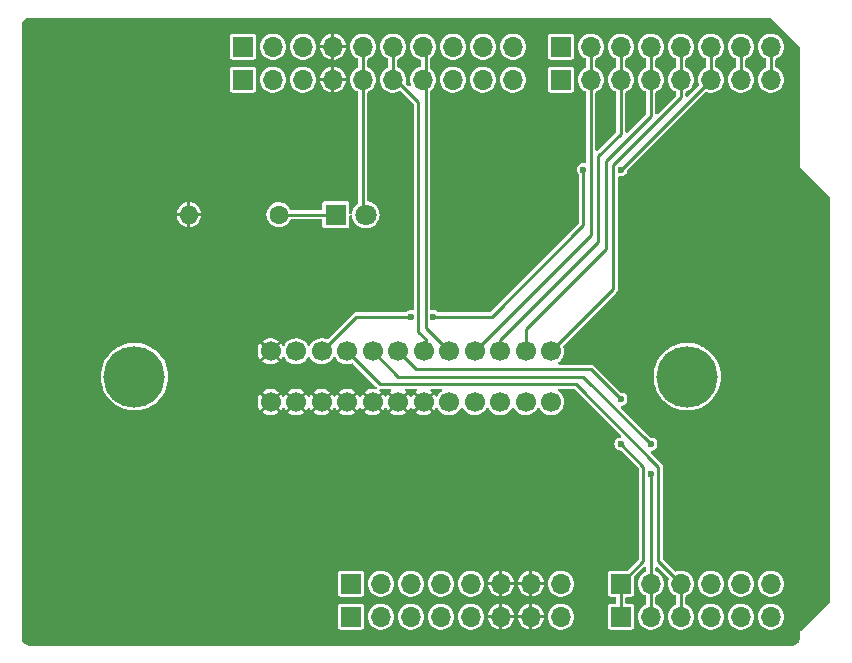
<source format=gbr>
%TF.GenerationSoftware,KiCad,Pcbnew,7.0.5-4d25ed1034~172~ubuntu20.04.1*%
%TF.CreationDate,2023-06-21T20:10:42+02:00*%
%TF.ProjectId,Arduino Shield,41726475-696e-46f2-9053-6869656c642e,rev?*%
%TF.SameCoordinates,Original*%
%TF.FileFunction,Copper,L1,Top*%
%TF.FilePolarity,Positive*%
%FSLAX46Y46*%
G04 Gerber Fmt 4.6, Leading zero omitted, Abs format (unit mm)*
G04 Created by KiCad (PCBNEW 7.0.5-4d25ed1034~172~ubuntu20.04.1) date 2023-06-21 20:10:42*
%MOMM*%
%LPD*%
G01*
G04 APERTURE LIST*
%TA.AperFunction,ComponentPad*%
%ADD10C,1.600000*%
%TD*%
%TA.AperFunction,ComponentPad*%
%ADD11O,1.600000X1.600000*%
%TD*%
%TA.AperFunction,ComponentPad*%
%ADD12R,1.700000X1.700000*%
%TD*%
%TA.AperFunction,ComponentPad*%
%ADD13O,1.700000X1.700000*%
%TD*%
%TA.AperFunction,WasherPad*%
%ADD14C,5.200000*%
%TD*%
%TA.AperFunction,ComponentPad*%
%ADD15C,1.700000*%
%TD*%
%TA.AperFunction,ComponentPad*%
%ADD16R,1.800000X1.800000*%
%TD*%
%TA.AperFunction,ComponentPad*%
%ADD17C,1.800000*%
%TD*%
%TA.AperFunction,ViaPad*%
%ADD18C,0.600000*%
%TD*%
%TA.AperFunction,Conductor*%
%ADD19C,0.250000*%
%TD*%
G04 APERTURE END LIST*
D10*
%TO.P,R1,1*%
%TO.N,Net-(D1-K)*%
X121844000Y-63424000D03*
D11*
%TO.P,R1,2*%
%TO.N,GND*%
X114224000Y-63424000D03*
%TD*%
D12*
%TO.P,J6,1,Pin_1*%
%TO.N,/D19*%
X118796000Y-51994000D03*
D13*
%TO.P,J6,2,Pin_2*%
%TO.N,/D18*%
X121336000Y-51994000D03*
%TO.P,J6,3,Pin_3*%
%TO.N,/AREF*%
X123876000Y-51994000D03*
%TO.P,J6,4,Pin_4*%
%TO.N,GND*%
X126416000Y-51994000D03*
%TO.P,J6,5,Pin_5*%
%TO.N,/13*%
X128956000Y-51994000D03*
%TO.P,J6,6,Pin_6*%
%TO.N,DAV*%
X131496000Y-51994000D03*
%TO.P,J6,7,Pin_7*%
%TO.N,EOI*%
X134036000Y-51994000D03*
%TO.P,J6,8,Pin_8*%
%TO.N,DIO8*%
X136576000Y-51994000D03*
%TO.P,J6,9,Pin_9*%
%TO.N,DIO7*%
X139116000Y-51994000D03*
%TO.P,J6,10,Pin_10*%
%TO.N,DIO6*%
X141656000Y-51994000D03*
%TD*%
D12*
%TO.P,J7,1,Pin_1*%
%TO.N,DIO5*%
X145720000Y-51994000D03*
D13*
%TO.P,J7,2,Pin_2*%
%TO.N,DIO4*%
X148260000Y-51994000D03*
%TO.P,J7,3,Pin_3*%
%TO.N,DIO3*%
X150800000Y-51994000D03*
%TO.P,J7,4,Pin_4*%
%TO.N,DIO2*%
X153340000Y-51994000D03*
%TO.P,J7,5,Pin_5*%
%TO.N,DIO1*%
X155880000Y-51994000D03*
%TO.P,J7,6,Pin_6*%
%TO.N,SRQ*%
X158420000Y-51994000D03*
%TO.P,J7,7,Pin_7*%
%TO.N,/1*%
X160960000Y-51994000D03*
%TO.P,J7,8,Pin_8*%
%TO.N,/0*%
X163500000Y-51994000D03*
%TD*%
D14*
%TO.P,J5,*%
%TO.N,*%
X109620000Y-77140000D03*
X156420000Y-77140000D03*
D15*
%TO.P,J5,1,Pin_1*%
%TO.N,DIO1*%
X144900000Y-74995000D03*
%TO.P,J5,2,Pin_2*%
%TO.N,DIO2*%
X142740000Y-74995000D03*
%TO.P,J5,3,Pin_3*%
%TO.N,DIO3*%
X140580000Y-74995000D03*
%TO.P,J5,4,Pin_4*%
%TO.N,DIO4*%
X138420000Y-74995000D03*
%TO.P,J5,5,Pin_5*%
%TO.N,EOI*%
X136260000Y-74995000D03*
%TO.P,J5,6,Pin_6*%
%TO.N,DAV*%
X134100000Y-74995000D03*
%TO.P,J5,7,Pin_7*%
%TO.N,NRFD*%
X131940000Y-74995000D03*
%TO.P,J5,8,Pin_8*%
%TO.N,NDAC*%
X129780000Y-74995000D03*
%TO.P,J5,9,Pin_9*%
%TO.N,IFC*%
X127620000Y-74995000D03*
%TO.P,J5,10,Pin_10*%
%TO.N,SRQ*%
X125460000Y-74995000D03*
%TO.P,J5,11,Pin_11*%
%TO.N,ATN*%
X123300000Y-74995000D03*
%TO.P,J5,12,Pin_12*%
%TO.N,GND*%
X121140000Y-74995000D03*
%TO.P,J5,13,Pin_13*%
%TO.N,DIO5*%
X144900000Y-79285000D03*
%TO.P,J5,14,Pin_14*%
%TO.N,DIO6*%
X142740000Y-79285000D03*
%TO.P,J5,15,Pin_15*%
%TO.N,DIO7*%
X140580000Y-79285000D03*
%TO.P,J5,16,Pin_16*%
%TO.N,DIO8*%
X138420000Y-79285000D03*
%TO.P,J5,17,Pin_17*%
%TO.N,REN*%
X136260000Y-79285000D03*
%TO.P,J5,18,Pin_18*%
%TO.N,GND*%
X134100000Y-79285000D03*
%TO.P,J5,19,Pin_19*%
X131940000Y-79285000D03*
%TO.P,J5,20,Pin_20*%
X129780000Y-79285000D03*
%TO.P,J5,21,Pin_21*%
X127620000Y-79285000D03*
%TO.P,J5,22,Pin_22*%
X125460000Y-79285000D03*
%TO.P,J5,23,Pin_23*%
X123300000Y-79285000D03*
%TO.P,J5,24,Pin_24*%
X121140000Y-79285000D03*
%TD*%
D12*
%TO.P,J9,1,Pin_1*%
%TO.N,NRFD*%
X150800000Y-94666000D03*
D13*
%TO.P,J9,2,Pin_2*%
%TO.N,NDAC*%
X153340000Y-94666000D03*
%TO.P,J9,3,Pin_3*%
%TO.N,IFC*%
X155880000Y-94666000D03*
%TO.P,J9,4,Pin_4*%
%TO.N,ATN*%
X158420000Y-94666000D03*
%TO.P,J9,5,Pin_5*%
%TO.N,REN*%
X160960000Y-94666000D03*
%TO.P,J9,6,Pin_6*%
%TO.N,/A5*%
X163500000Y-94666000D03*
%TD*%
D12*
%TO.P,J8,1,Pin_1*%
%TO.N,unconnected-(J8-Pin_1-Pad1)*%
X127940000Y-94666000D03*
D13*
%TO.P,J8,2,Pin_2*%
%TO.N,/IOREF*%
X130480000Y-94666000D03*
%TO.P,J8,3,Pin_3*%
%TO.N,/RESET*%
X133020000Y-94666000D03*
%TO.P,J8,4,Pin_4*%
%TO.N,/+3V3*%
X135560000Y-94666000D03*
%TO.P,J8,5,Pin_5*%
%TO.N,/+5V*%
X138100000Y-94666000D03*
%TO.P,J8,6,Pin_6*%
%TO.N,GND*%
X140640000Y-94666000D03*
%TO.P,J8,7,Pin_7*%
X143180000Y-94666000D03*
%TO.P,J8,8,Pin_8*%
%TO.N,/V_IN*%
X145720000Y-94666000D03*
%TD*%
D16*
%TO.P,D1,1,K*%
%TO.N,Net-(D1-K)*%
X126670000Y-63424000D03*
D17*
%TO.P,D1,2,A*%
%TO.N,/13*%
X129210000Y-63424000D03*
%TD*%
D12*
%TO.P,J1,1,Pin_1*%
%TO.N,unconnected-(J1-Pin_1-Pad1)*%
X127940000Y-97460000D03*
D13*
%TO.P,J1,2,Pin_2*%
%TO.N,/IOREF*%
X130480000Y-97460000D03*
%TO.P,J1,3,Pin_3*%
%TO.N,/RESET*%
X133020000Y-97460000D03*
%TO.P,J1,4,Pin_4*%
%TO.N,/+3V3*%
X135560000Y-97460000D03*
%TO.P,J1,5,Pin_5*%
%TO.N,/+5V*%
X138100000Y-97460000D03*
%TO.P,J1,6,Pin_6*%
%TO.N,GND*%
X140640000Y-97460000D03*
%TO.P,J1,7,Pin_7*%
X143180000Y-97460000D03*
%TO.P,J1,8,Pin_8*%
%TO.N,/V_IN*%
X145720000Y-97460000D03*
%TD*%
D12*
%TO.P,J3,1,Pin_1*%
%TO.N,NRFD*%
X150800000Y-97460000D03*
D13*
%TO.P,J3,2,Pin_2*%
%TO.N,NDAC*%
X153340000Y-97460000D03*
%TO.P,J3,3,Pin_3*%
%TO.N,IFC*%
X155880000Y-97460000D03*
%TO.P,J3,4,Pin_4*%
%TO.N,ATN*%
X158420000Y-97460000D03*
%TO.P,J3,5,Pin_5*%
%TO.N,REN*%
X160960000Y-97460000D03*
%TO.P,J3,6,Pin_6*%
%TO.N,/A5*%
X163500000Y-97460000D03*
%TD*%
D12*
%TO.P,J2,1,Pin_1*%
%TO.N,/D19*%
X118801000Y-49200000D03*
D13*
%TO.P,J2,2,Pin_2*%
%TO.N,/D18*%
X121341000Y-49200000D03*
%TO.P,J2,3,Pin_3*%
%TO.N,/AREF*%
X123881000Y-49200000D03*
%TO.P,J2,4,Pin_4*%
%TO.N,GND*%
X126421000Y-49200000D03*
%TO.P,J2,5,Pin_5*%
%TO.N,/13*%
X128961000Y-49200000D03*
%TO.P,J2,6,Pin_6*%
%TO.N,DAV*%
X131501000Y-49200000D03*
%TO.P,J2,7,Pin_7*%
%TO.N,EOI*%
X134041000Y-49200000D03*
%TO.P,J2,8,Pin_8*%
%TO.N,DIO8*%
X136581000Y-49200000D03*
%TO.P,J2,9,Pin_9*%
%TO.N,DIO7*%
X139121000Y-49200000D03*
%TO.P,J2,10,Pin_10*%
%TO.N,DIO6*%
X141661000Y-49200000D03*
%TD*%
D12*
%TO.P,J4,1,Pin_1*%
%TO.N,DIO5*%
X145720000Y-49200000D03*
D13*
%TO.P,J4,2,Pin_2*%
%TO.N,DIO4*%
X148260000Y-49200000D03*
%TO.P,J4,3,Pin_3*%
%TO.N,DIO3*%
X150800000Y-49200000D03*
%TO.P,J4,4,Pin_4*%
%TO.N,DIO2*%
X153340000Y-49200000D03*
%TO.P,J4,5,Pin_5*%
%TO.N,DIO1*%
X155880000Y-49200000D03*
%TO.P,J4,6,Pin_6*%
%TO.N,SRQ*%
X158420000Y-49200000D03*
%TO.P,J4,7,Pin_7*%
%TO.N,/1*%
X160960000Y-49200000D03*
%TO.P,J4,8,Pin_8*%
%TO.N,/0*%
X163500000Y-49200000D03*
%TD*%
D18*
%TO.N,NDAC*%
X153340000Y-85395000D03*
X153340000Y-82855000D03*
%TO.N,SRQ*%
X133020000Y-72060000D03*
X147635500Y-59614000D03*
X134925000Y-72060000D03*
X150800000Y-59614000D03*
%TO.N,NRFD*%
X150800000Y-82855000D03*
X150800000Y-79045000D03*
%TD*%
D19*
%TO.N,DAV*%
X133655000Y-73330000D02*
X134290000Y-73965000D01*
X134290000Y-74805000D02*
X134100000Y-74995000D01*
X133655000Y-53899000D02*
X133655000Y-73330000D01*
X131496000Y-51994000D02*
X131750000Y-51994000D01*
X131496000Y-49200000D02*
X131496000Y-51994000D01*
X131750000Y-51994000D02*
X133655000Y-53899000D01*
X134290000Y-73965000D02*
X134290000Y-74805000D01*
%TO.N,EOI*%
X134290000Y-49454000D02*
X134290000Y-73025000D01*
X134036000Y-49200000D02*
X134290000Y-49454000D01*
X134290000Y-73025000D02*
X136260000Y-74995000D01*
%TO.N,NDAC*%
X129780000Y-74995000D02*
X131925000Y-77140000D01*
X153340000Y-85395000D02*
X153340000Y-97460000D01*
X131925000Y-77140000D02*
X146355000Y-77140000D01*
X146355000Y-77140000D02*
X147625000Y-77140000D01*
X147625000Y-77140000D02*
X153340000Y-82855000D01*
%TO.N,DIO4*%
X148260000Y-65155000D02*
X138420000Y-74995000D01*
X148260000Y-49200000D02*
X148260000Y-65155000D01*
%TO.N,DIO3*%
X150800000Y-51994000D02*
X150800000Y-56566000D01*
X148895000Y-65750698D02*
X140580000Y-74065698D01*
X148895000Y-58471000D02*
X148895000Y-65750698D01*
X150800000Y-49200000D02*
X150800000Y-51994000D01*
X140580000Y-74065698D02*
X140580000Y-74995000D01*
X150800000Y-56566000D02*
X148895000Y-58471000D01*
%TO.N,DIO2*%
X149530000Y-66345000D02*
X142740000Y-73135000D01*
X153340000Y-55042000D02*
X149530000Y-58852000D01*
X142740000Y-73135000D02*
X142740000Y-74995000D01*
X149530000Y-58852000D02*
X149530000Y-66345000D01*
X153340000Y-51994000D02*
X153340000Y-55042000D01*
X153340000Y-49200000D02*
X153340000Y-51994000D01*
%TO.N,DIO1*%
X150165000Y-69730000D02*
X144900000Y-74995000D01*
X150165000Y-59201250D02*
X150165000Y-69730000D01*
X155880000Y-53486250D02*
X150165000Y-59201250D01*
X155880000Y-49200000D02*
X155880000Y-53486250D01*
%TO.N,SRQ*%
X150800000Y-59614000D02*
X158420000Y-51994000D01*
X128395000Y-72060000D02*
X125460000Y-74995000D01*
X147635500Y-64302500D02*
X139878000Y-72060000D01*
X133020000Y-72060000D02*
X128395000Y-72060000D01*
X147635500Y-59614000D02*
X147635500Y-64302500D01*
X158420000Y-49200000D02*
X158420000Y-51994000D01*
X139878000Y-72060000D02*
X134925000Y-72060000D01*
%TO.N,NRFD*%
X150800000Y-82855000D02*
X152705000Y-84760000D01*
X148260000Y-76505000D02*
X150800000Y-79045000D01*
X150800000Y-94666000D02*
X150800000Y-97460000D01*
X131940000Y-74995000D02*
X133450000Y-76505000D01*
X152705000Y-84760000D02*
X152705000Y-92761000D01*
X133450000Y-76505000D02*
X148260000Y-76505000D01*
X152705000Y-92761000D02*
X150800000Y-94666000D01*
%TO.N,IFC*%
X153975000Y-92761000D02*
X155880000Y-94666000D01*
X153975000Y-84760000D02*
X153975000Y-92761000D01*
X127620000Y-74995000D02*
X130400000Y-77775000D01*
X130400000Y-77775000D02*
X146990000Y-77775000D01*
X146990000Y-77775000D02*
X153975000Y-84760000D01*
X155880000Y-94666000D02*
X155880000Y-97460000D01*
%TO.N,Net-(D1-K)*%
X121844000Y-63424000D02*
X126670000Y-63424000D01*
%TO.N,/13*%
X128961000Y-49200000D02*
X128961000Y-51989000D01*
X128961000Y-51989000D02*
X128956000Y-51994000D01*
X128956000Y-51994000D02*
X128956000Y-63170000D01*
X128956000Y-63170000D02*
X129210000Y-63424000D01*
%TO.N,/1*%
X160960000Y-49200000D02*
X160960000Y-51994000D01*
%TO.N,/0*%
X163500000Y-49200000D02*
X163500000Y-51994000D01*
%TD*%
%TA.AperFunction,Conductor*%
%TO.N,GND*%
G36*
X131313965Y-78170185D02*
G01*
X131359720Y-78222989D01*
X131369664Y-78292147D01*
X131340639Y-78355703D01*
X131312204Y-78379927D01*
X131274260Y-78403420D01*
X131253826Y-78422048D01*
X131253825Y-78422049D01*
X131684010Y-78852233D01*
X131666900Y-78860048D01*
X131558239Y-78954202D01*
X131509017Y-79030793D01*
X131078592Y-78600368D01*
X131078591Y-78600368D01*
X131000752Y-78703444D01*
X130970998Y-78763198D01*
X130923495Y-78814435D01*
X130855832Y-78831855D01*
X130789492Y-78809928D01*
X130748998Y-78763196D01*
X130719244Y-78703442D01*
X130641406Y-78600368D01*
X130210982Y-79030792D01*
X130161761Y-78954202D01*
X130053100Y-78860048D01*
X130035988Y-78852233D01*
X130466173Y-78422048D01*
X130445740Y-78403421D01*
X130407795Y-78379927D01*
X130361160Y-78327899D01*
X130350056Y-78258917D01*
X130378009Y-78194883D01*
X130436144Y-78156127D01*
X130473073Y-78150500D01*
X131246926Y-78150500D01*
X131313965Y-78170185D01*
G37*
%TD.AperFunction*%
%TA.AperFunction,Conductor*%
G36*
X133473965Y-78170185D02*
G01*
X133519720Y-78222989D01*
X133529664Y-78292147D01*
X133500639Y-78355703D01*
X133472204Y-78379927D01*
X133434260Y-78403420D01*
X133413826Y-78422048D01*
X133413825Y-78422050D01*
X133844009Y-78852234D01*
X133826900Y-78860048D01*
X133718239Y-78954202D01*
X133669017Y-79030792D01*
X133238592Y-78600368D01*
X133238591Y-78600368D01*
X133160752Y-78703444D01*
X133130998Y-78763198D01*
X133083495Y-78814435D01*
X133015832Y-78831855D01*
X132949492Y-78809928D01*
X132908998Y-78763196D01*
X132879244Y-78703442D01*
X132801406Y-78600368D01*
X132370982Y-79030791D01*
X132321761Y-78954202D01*
X132213100Y-78860048D01*
X132195989Y-78852233D01*
X132626173Y-78422049D01*
X132626173Y-78422048D01*
X132605740Y-78403421D01*
X132567795Y-78379927D01*
X132521160Y-78327899D01*
X132510056Y-78258917D01*
X132538009Y-78194883D01*
X132596144Y-78156127D01*
X132633073Y-78150500D01*
X133406926Y-78150500D01*
X133473965Y-78170185D01*
G37*
%TD.AperFunction*%
%TA.AperFunction,Conductor*%
G36*
X135633015Y-78170185D02*
G01*
X135678770Y-78222989D01*
X135688714Y-78292147D01*
X135659689Y-78355703D01*
X135631254Y-78379927D01*
X135593956Y-78403020D01*
X135443236Y-78540419D01*
X135320326Y-78703180D01*
X135290720Y-78762636D01*
X135243217Y-78813873D01*
X135175554Y-78831294D01*
X135109213Y-78809368D01*
X135068719Y-78762635D01*
X135039245Y-78703442D01*
X134961406Y-78600368D01*
X134530982Y-79030792D01*
X134481761Y-78954202D01*
X134373100Y-78860048D01*
X134355988Y-78852233D01*
X134786173Y-78422048D01*
X134765740Y-78403421D01*
X134727795Y-78379927D01*
X134681160Y-78327899D01*
X134670056Y-78258917D01*
X134698009Y-78194883D01*
X134756144Y-78156127D01*
X134793073Y-78150500D01*
X135565976Y-78150500D01*
X135633015Y-78170185D01*
G37*
%TD.AperFunction*%
%TA.AperFunction,Conductor*%
G36*
X163484404Y-46755185D02*
G01*
X163505046Y-46771819D01*
X165928181Y-49194953D01*
X165961666Y-49256276D01*
X165964500Y-49282634D01*
X165964500Y-59315019D01*
X165961963Y-59334292D01*
X165964028Y-59357896D01*
X165964500Y-59368702D01*
X165964500Y-59381116D01*
X165967075Y-59392733D01*
X165967182Y-59393956D01*
X165971651Y-59403541D01*
X165978451Y-59411644D01*
X165978452Y-59411645D01*
X165979500Y-59412250D01*
X166005185Y-59431958D01*
X168468182Y-61894955D01*
X168501666Y-61956276D01*
X168504500Y-61982634D01*
X168504500Y-96107363D01*
X168484815Y-96174402D01*
X168468181Y-96195044D01*
X166018418Y-98644806D01*
X166003001Y-98656636D01*
X165987760Y-98674799D01*
X165980463Y-98682762D01*
X165971683Y-98691542D01*
X165965290Y-98701577D01*
X165964501Y-98702516D01*
X165960881Y-98712463D01*
X165959960Y-98722998D01*
X165960274Y-98724169D01*
X165964500Y-98756265D01*
X165964500Y-99231907D01*
X165963903Y-99244062D01*
X165952505Y-99359778D01*
X165947763Y-99383618D01*
X165917832Y-99482290D01*
X165915789Y-99489024D01*
X165906486Y-99511482D01*
X165854561Y-99608627D01*
X165841056Y-99628839D01*
X165771176Y-99713988D01*
X165753988Y-99731176D01*
X165668839Y-99801056D01*
X165648627Y-99814561D01*
X165551482Y-99866486D01*
X165529028Y-99875787D01*
X165487028Y-99888528D01*
X165423618Y-99907763D01*
X165399778Y-99912505D01*
X165291162Y-99923203D01*
X165284060Y-99923903D01*
X165271907Y-99924500D01*
X100768093Y-99924500D01*
X100755939Y-99923903D01*
X100747995Y-99923120D01*
X100640221Y-99912505D01*
X100616381Y-99907763D01*
X100599445Y-99902625D01*
X100510968Y-99875786D01*
X100488517Y-99866486D01*
X100391372Y-99814561D01*
X100371160Y-99801056D01*
X100286011Y-99731176D01*
X100268823Y-99713988D01*
X100198943Y-99628839D01*
X100185438Y-99608627D01*
X100133510Y-99511476D01*
X100124215Y-99489037D01*
X100092234Y-99383612D01*
X100087494Y-99359777D01*
X100076097Y-99244061D01*
X100075500Y-99231907D01*
X100075500Y-98334674D01*
X126839500Y-98334674D01*
X126854033Y-98407738D01*
X126854033Y-98407739D01*
X126854034Y-98407740D01*
X126909399Y-98490601D01*
X126992260Y-98545966D01*
X127028792Y-98553233D01*
X127065325Y-98560500D01*
X127065326Y-98560500D01*
X128814675Y-98560500D01*
X128839029Y-98555655D01*
X128887740Y-98545966D01*
X128970601Y-98490601D01*
X129025966Y-98407740D01*
X129040500Y-98334674D01*
X129040500Y-97460000D01*
X129374785Y-97460000D01*
X129393602Y-97663083D01*
X129449418Y-97859251D01*
X129540324Y-98041818D01*
X129663236Y-98204580D01*
X129813958Y-98341981D01*
X129987361Y-98449347D01*
X129987363Y-98449348D01*
X130177544Y-98523024D01*
X130378024Y-98560500D01*
X130378026Y-98560500D01*
X130581974Y-98560500D01*
X130581976Y-98560500D01*
X130782456Y-98523024D01*
X130972637Y-98449348D01*
X131146041Y-98341981D01*
X131296764Y-98204579D01*
X131419673Y-98041821D01*
X131419673Y-98041819D01*
X131419675Y-98041818D01*
X131497784Y-97884952D01*
X131510582Y-97859250D01*
X131566397Y-97663083D01*
X131585215Y-97460000D01*
X131914785Y-97460000D01*
X131933602Y-97663083D01*
X131989418Y-97859251D01*
X132080324Y-98041818D01*
X132203236Y-98204580D01*
X132353958Y-98341981D01*
X132527361Y-98449347D01*
X132527363Y-98449348D01*
X132717544Y-98523024D01*
X132918024Y-98560500D01*
X132918026Y-98560500D01*
X133121974Y-98560500D01*
X133121976Y-98560500D01*
X133322456Y-98523024D01*
X133512637Y-98449348D01*
X133686041Y-98341981D01*
X133836764Y-98204579D01*
X133959673Y-98041821D01*
X133959673Y-98041819D01*
X133959675Y-98041818D01*
X134037784Y-97884952D01*
X134050582Y-97859250D01*
X134106397Y-97663083D01*
X134125215Y-97460000D01*
X134125215Y-97459999D01*
X134454785Y-97459999D01*
X134473602Y-97663083D01*
X134529418Y-97859251D01*
X134620324Y-98041818D01*
X134743236Y-98204580D01*
X134893958Y-98341981D01*
X135067361Y-98449347D01*
X135067363Y-98449348D01*
X135257544Y-98523024D01*
X135458024Y-98560500D01*
X135458026Y-98560500D01*
X135661974Y-98560500D01*
X135661976Y-98560500D01*
X135862456Y-98523024D01*
X136052637Y-98449348D01*
X136226041Y-98341981D01*
X136376764Y-98204579D01*
X136499673Y-98041821D01*
X136499673Y-98041819D01*
X136499675Y-98041818D01*
X136577784Y-97884952D01*
X136590582Y-97859250D01*
X136646397Y-97663083D01*
X136665215Y-97460000D01*
X136665215Y-97459999D01*
X136994785Y-97459999D01*
X137013602Y-97663083D01*
X137069418Y-97859251D01*
X137160324Y-98041818D01*
X137283236Y-98204580D01*
X137433958Y-98341981D01*
X137607361Y-98449347D01*
X137607363Y-98449348D01*
X137797544Y-98523024D01*
X137998024Y-98560500D01*
X137998026Y-98560500D01*
X138201974Y-98560500D01*
X138201976Y-98560500D01*
X138402456Y-98523024D01*
X138592637Y-98449348D01*
X138766041Y-98341981D01*
X138916764Y-98204579D01*
X139039673Y-98041821D01*
X139039673Y-98041819D01*
X139039675Y-98041818D01*
X139117784Y-97884952D01*
X139130582Y-97859250D01*
X139186397Y-97663083D01*
X139205215Y-97460000D01*
X139193632Y-97334999D01*
X139546869Y-97334999D01*
X139546870Y-97335000D01*
X140155595Y-97335000D01*
X140140000Y-97388111D01*
X140140000Y-97531889D01*
X140155595Y-97585000D01*
X139546870Y-97585000D01*
X139554096Y-97662992D01*
X139609885Y-97859068D01*
X139700751Y-98041553D01*
X139823607Y-98204241D01*
X139974259Y-98341578D01*
X140147588Y-98448899D01*
X140337679Y-98522540D01*
X140515000Y-98555686D01*
X140515000Y-97947169D01*
X140604237Y-97960000D01*
X140675763Y-97960000D01*
X140765000Y-97947169D01*
X140765000Y-98555686D01*
X140942320Y-98522540D01*
X141132411Y-98448899D01*
X141305740Y-98341578D01*
X141456392Y-98204241D01*
X141579248Y-98041553D01*
X141670114Y-97859068D01*
X141725903Y-97662992D01*
X141733130Y-97585000D01*
X141124405Y-97585000D01*
X141140000Y-97531889D01*
X141140000Y-97388111D01*
X141124405Y-97335000D01*
X141733130Y-97335000D01*
X141733130Y-97334999D01*
X142086869Y-97334999D01*
X142086870Y-97335000D01*
X142695595Y-97335000D01*
X142680000Y-97388111D01*
X142680000Y-97531889D01*
X142695595Y-97585000D01*
X142086870Y-97585000D01*
X142094096Y-97662992D01*
X142149885Y-97859068D01*
X142240751Y-98041553D01*
X142363607Y-98204241D01*
X142514259Y-98341578D01*
X142687588Y-98448899D01*
X142877679Y-98522540D01*
X143055000Y-98555686D01*
X143055000Y-97947169D01*
X143144237Y-97960000D01*
X143215763Y-97960000D01*
X143305000Y-97947169D01*
X143305000Y-98555686D01*
X143482320Y-98522540D01*
X143672411Y-98448899D01*
X143845740Y-98341578D01*
X143996392Y-98204241D01*
X144119248Y-98041553D01*
X144210114Y-97859068D01*
X144265903Y-97662992D01*
X144273130Y-97585000D01*
X143664405Y-97585000D01*
X143680000Y-97531889D01*
X143680000Y-97460000D01*
X144614785Y-97460000D01*
X144633602Y-97663083D01*
X144689418Y-97859251D01*
X144780324Y-98041818D01*
X144903236Y-98204580D01*
X145053958Y-98341981D01*
X145227361Y-98449347D01*
X145227363Y-98449348D01*
X145417544Y-98523024D01*
X145618024Y-98560500D01*
X145618026Y-98560500D01*
X145821974Y-98560500D01*
X145821976Y-98560500D01*
X146022456Y-98523024D01*
X146212637Y-98449348D01*
X146386041Y-98341981D01*
X146536764Y-98204579D01*
X146659673Y-98041821D01*
X146659673Y-98041819D01*
X146659675Y-98041818D01*
X146737784Y-97884952D01*
X146750582Y-97859250D01*
X146806397Y-97663083D01*
X146825215Y-97460000D01*
X146806397Y-97256917D01*
X146804473Y-97250156D01*
X146784200Y-97178904D01*
X146750582Y-97060750D01*
X146737784Y-97035048D01*
X146659675Y-96878181D01*
X146536763Y-96715419D01*
X146386041Y-96578018D01*
X146212638Y-96470652D01*
X146022457Y-96396976D01*
X145899726Y-96374034D01*
X145821976Y-96359500D01*
X145618024Y-96359500D01*
X145540279Y-96374033D01*
X145417542Y-96396976D01*
X145227361Y-96470652D01*
X145053958Y-96578018D01*
X144903236Y-96715419D01*
X144780324Y-96878181D01*
X144689418Y-97060748D01*
X144633602Y-97256916D01*
X144614785Y-97460000D01*
X143680000Y-97460000D01*
X143680000Y-97388111D01*
X143664405Y-97335000D01*
X144273130Y-97335000D01*
X144273130Y-97334999D01*
X144265903Y-97257007D01*
X144210114Y-97060931D01*
X144119248Y-96878446D01*
X143996392Y-96715758D01*
X143845740Y-96578421D01*
X143672411Y-96471100D01*
X143482319Y-96397459D01*
X143305000Y-96364312D01*
X143305000Y-96972830D01*
X143215763Y-96960000D01*
X143144237Y-96960000D01*
X143055000Y-96972830D01*
X143055000Y-96364312D01*
X142877680Y-96397459D01*
X142687588Y-96471100D01*
X142514259Y-96578421D01*
X142363607Y-96715758D01*
X142240751Y-96878446D01*
X142149885Y-97060931D01*
X142094096Y-97257007D01*
X142086869Y-97334999D01*
X141733130Y-97334999D01*
X141725903Y-97257007D01*
X141670114Y-97060931D01*
X141579248Y-96878446D01*
X141456392Y-96715758D01*
X141305740Y-96578421D01*
X141132411Y-96471100D01*
X140942319Y-96397459D01*
X140765000Y-96364312D01*
X140765000Y-96972830D01*
X140675763Y-96960000D01*
X140604237Y-96960000D01*
X140515000Y-96972830D01*
X140515000Y-96364312D01*
X140337680Y-96397459D01*
X140147588Y-96471100D01*
X139974259Y-96578421D01*
X139823607Y-96715758D01*
X139700751Y-96878446D01*
X139609885Y-97060931D01*
X139554096Y-97257007D01*
X139546869Y-97334999D01*
X139193632Y-97334999D01*
X139186397Y-97256917D01*
X139184473Y-97250156D01*
X139164200Y-97178904D01*
X139130582Y-97060750D01*
X139117784Y-97035048D01*
X139039675Y-96878181D01*
X138916763Y-96715419D01*
X138766041Y-96578018D01*
X138592638Y-96470652D01*
X138402457Y-96396976D01*
X138279726Y-96374034D01*
X138201976Y-96359500D01*
X137998024Y-96359500D01*
X137920279Y-96374033D01*
X137797542Y-96396976D01*
X137607361Y-96470652D01*
X137433958Y-96578018D01*
X137283236Y-96715419D01*
X137160324Y-96878181D01*
X137069418Y-97060748D01*
X137013602Y-97256916D01*
X136994785Y-97459999D01*
X136665215Y-97459999D01*
X136646397Y-97256917D01*
X136644473Y-97250156D01*
X136624200Y-97178904D01*
X136590582Y-97060750D01*
X136577784Y-97035048D01*
X136499675Y-96878181D01*
X136376763Y-96715419D01*
X136226041Y-96578018D01*
X136052638Y-96470652D01*
X135862457Y-96396976D01*
X135739726Y-96374034D01*
X135661976Y-96359500D01*
X135458024Y-96359500D01*
X135380279Y-96374033D01*
X135257542Y-96396976D01*
X135067361Y-96470652D01*
X134893958Y-96578018D01*
X134743236Y-96715419D01*
X134620324Y-96878181D01*
X134529418Y-97060748D01*
X134473602Y-97256916D01*
X134454785Y-97459999D01*
X134125215Y-97459999D01*
X134106397Y-97256917D01*
X134104473Y-97250156D01*
X134084200Y-97178904D01*
X134050582Y-97060750D01*
X134037784Y-97035048D01*
X133959675Y-96878181D01*
X133836763Y-96715419D01*
X133686041Y-96578018D01*
X133512638Y-96470652D01*
X133322457Y-96396976D01*
X133199726Y-96374034D01*
X133121976Y-96359500D01*
X132918024Y-96359500D01*
X132840279Y-96374033D01*
X132717542Y-96396976D01*
X132527361Y-96470652D01*
X132353958Y-96578018D01*
X132203236Y-96715419D01*
X132080324Y-96878181D01*
X131989418Y-97060748D01*
X131933602Y-97256916D01*
X131914785Y-97460000D01*
X131585215Y-97460000D01*
X131566397Y-97256917D01*
X131564473Y-97250156D01*
X131544200Y-97178904D01*
X131510582Y-97060750D01*
X131497784Y-97035048D01*
X131419675Y-96878181D01*
X131296763Y-96715419D01*
X131146041Y-96578018D01*
X130972638Y-96470652D01*
X130782457Y-96396976D01*
X130659726Y-96374034D01*
X130581976Y-96359500D01*
X130378024Y-96359500D01*
X130300279Y-96374033D01*
X130177542Y-96396976D01*
X129987361Y-96470652D01*
X129813958Y-96578018D01*
X129663236Y-96715419D01*
X129540324Y-96878181D01*
X129449418Y-97060748D01*
X129393602Y-97256916D01*
X129374785Y-97460000D01*
X129040500Y-97460000D01*
X129040500Y-96585326D01*
X129039126Y-96578421D01*
X129025966Y-96512261D01*
X129025966Y-96512260D01*
X128970601Y-96429399D01*
X128887740Y-96374034D01*
X128887739Y-96374033D01*
X128887738Y-96374033D01*
X128814675Y-96359500D01*
X128814674Y-96359500D01*
X127065326Y-96359500D01*
X127065325Y-96359500D01*
X126992261Y-96374033D01*
X126909399Y-96429399D01*
X126854033Y-96512261D01*
X126839500Y-96585325D01*
X126839500Y-98334674D01*
X100075500Y-98334674D01*
X100075500Y-95540674D01*
X126839500Y-95540674D01*
X126854033Y-95613738D01*
X126854033Y-95613739D01*
X126854034Y-95613740D01*
X126909399Y-95696601D01*
X126992260Y-95751966D01*
X127028792Y-95759233D01*
X127065325Y-95766500D01*
X127065326Y-95766500D01*
X128814675Y-95766500D01*
X128839029Y-95761655D01*
X128887740Y-95751966D01*
X128970601Y-95696601D01*
X129025966Y-95613740D01*
X129040500Y-95540674D01*
X129040500Y-94666000D01*
X129374785Y-94666000D01*
X129393602Y-94869083D01*
X129449418Y-95065251D01*
X129540324Y-95247818D01*
X129663236Y-95410580D01*
X129813958Y-95547981D01*
X129987361Y-95655347D01*
X129987363Y-95655348D01*
X130177544Y-95729024D01*
X130378024Y-95766500D01*
X130378026Y-95766500D01*
X130581974Y-95766500D01*
X130581976Y-95766500D01*
X130782456Y-95729024D01*
X130972637Y-95655348D01*
X131146041Y-95547981D01*
X131296764Y-95410579D01*
X131419673Y-95247821D01*
X131419673Y-95247819D01*
X131419675Y-95247818D01*
X131497784Y-95090952D01*
X131510582Y-95065250D01*
X131566397Y-94869083D01*
X131585215Y-94666000D01*
X131585215Y-94665999D01*
X131914785Y-94665999D01*
X131933602Y-94869083D01*
X131989418Y-95065251D01*
X132080324Y-95247818D01*
X132203236Y-95410580D01*
X132353958Y-95547981D01*
X132527361Y-95655347D01*
X132527363Y-95655348D01*
X132717544Y-95729024D01*
X132918024Y-95766500D01*
X132918026Y-95766500D01*
X133121974Y-95766500D01*
X133121976Y-95766500D01*
X133322456Y-95729024D01*
X133512637Y-95655348D01*
X133686041Y-95547981D01*
X133836764Y-95410579D01*
X133959673Y-95247821D01*
X133959673Y-95247819D01*
X133959675Y-95247818D01*
X134037784Y-95090952D01*
X134050582Y-95065250D01*
X134106397Y-94869083D01*
X134125215Y-94666000D01*
X134125215Y-94665999D01*
X134454785Y-94665999D01*
X134473602Y-94869083D01*
X134529418Y-95065251D01*
X134620324Y-95247818D01*
X134743236Y-95410580D01*
X134893958Y-95547981D01*
X135067361Y-95655347D01*
X135067363Y-95655348D01*
X135257544Y-95729024D01*
X135458024Y-95766500D01*
X135458026Y-95766500D01*
X135661974Y-95766500D01*
X135661976Y-95766500D01*
X135862456Y-95729024D01*
X136052637Y-95655348D01*
X136226041Y-95547981D01*
X136376764Y-95410579D01*
X136499673Y-95247821D01*
X136499673Y-95247819D01*
X136499675Y-95247818D01*
X136577784Y-95090952D01*
X136590582Y-95065250D01*
X136646397Y-94869083D01*
X136665215Y-94666000D01*
X136665215Y-94665999D01*
X136994785Y-94665999D01*
X137013602Y-94869083D01*
X137069418Y-95065251D01*
X137160324Y-95247818D01*
X137283236Y-95410580D01*
X137433958Y-95547981D01*
X137607361Y-95655347D01*
X137607363Y-95655348D01*
X137797544Y-95729024D01*
X137998024Y-95766500D01*
X137998026Y-95766500D01*
X138201974Y-95766500D01*
X138201976Y-95766500D01*
X138402456Y-95729024D01*
X138592637Y-95655348D01*
X138766041Y-95547981D01*
X138916764Y-95410579D01*
X139039673Y-95247821D01*
X139039673Y-95247819D01*
X139039675Y-95247818D01*
X139117784Y-95090952D01*
X139130582Y-95065250D01*
X139186397Y-94869083D01*
X139205215Y-94666000D01*
X139193632Y-94540999D01*
X139546869Y-94540999D01*
X139546870Y-94541000D01*
X140155595Y-94541000D01*
X140140000Y-94594111D01*
X140140000Y-94737889D01*
X140155595Y-94791000D01*
X139546870Y-94791000D01*
X139554096Y-94868992D01*
X139609885Y-95065068D01*
X139700751Y-95247553D01*
X139823607Y-95410241D01*
X139974259Y-95547578D01*
X140147588Y-95654899D01*
X140337679Y-95728540D01*
X140515000Y-95761686D01*
X140515000Y-95153169D01*
X140604237Y-95166000D01*
X140675763Y-95166000D01*
X140765000Y-95153169D01*
X140765000Y-95761686D01*
X140942320Y-95728540D01*
X141132411Y-95654899D01*
X141305740Y-95547578D01*
X141456392Y-95410241D01*
X141579248Y-95247553D01*
X141670114Y-95065068D01*
X141725903Y-94868992D01*
X141733130Y-94791000D01*
X141124405Y-94791000D01*
X141140000Y-94737889D01*
X141140000Y-94594111D01*
X141124405Y-94541000D01*
X141733130Y-94541000D01*
X141733130Y-94540999D01*
X142086869Y-94540999D01*
X142086870Y-94541000D01*
X142695595Y-94541000D01*
X142680000Y-94594111D01*
X142680000Y-94737889D01*
X142695595Y-94791000D01*
X142086870Y-94791000D01*
X142094096Y-94868992D01*
X142149885Y-95065068D01*
X142240751Y-95247553D01*
X142363607Y-95410241D01*
X142514259Y-95547578D01*
X142687588Y-95654899D01*
X142877679Y-95728540D01*
X143055000Y-95761686D01*
X143055000Y-95153169D01*
X143144237Y-95166000D01*
X143215763Y-95166000D01*
X143305000Y-95153169D01*
X143305000Y-95761686D01*
X143482320Y-95728540D01*
X143672411Y-95654899D01*
X143845740Y-95547578D01*
X143996392Y-95410241D01*
X144119248Y-95247553D01*
X144210114Y-95065068D01*
X144265903Y-94868992D01*
X144273130Y-94791000D01*
X143664405Y-94791000D01*
X143680000Y-94737889D01*
X143680000Y-94666000D01*
X144614785Y-94666000D01*
X144633602Y-94869083D01*
X144689418Y-95065251D01*
X144780324Y-95247818D01*
X144903236Y-95410580D01*
X145053958Y-95547981D01*
X145227361Y-95655347D01*
X145227363Y-95655348D01*
X145417544Y-95729024D01*
X145618024Y-95766500D01*
X145618026Y-95766500D01*
X145821974Y-95766500D01*
X145821976Y-95766500D01*
X146022456Y-95729024D01*
X146212637Y-95655348D01*
X146386041Y-95547981D01*
X146536764Y-95410579D01*
X146659673Y-95247821D01*
X146659673Y-95247819D01*
X146659675Y-95247818D01*
X146737784Y-95090952D01*
X146750582Y-95065250D01*
X146806397Y-94869083D01*
X146825215Y-94666000D01*
X146806397Y-94462917D01*
X146804473Y-94456156D01*
X146784200Y-94384904D01*
X146750582Y-94266750D01*
X146750209Y-94266001D01*
X146659675Y-94084181D01*
X146536763Y-93921419D01*
X146386041Y-93784018D01*
X146212638Y-93676652D01*
X146022457Y-93602976D01*
X145899726Y-93580034D01*
X145821976Y-93565500D01*
X145618024Y-93565500D01*
X145540279Y-93580033D01*
X145417542Y-93602976D01*
X145227361Y-93676652D01*
X145053958Y-93784018D01*
X144903236Y-93921419D01*
X144780324Y-94084181D01*
X144689418Y-94266748D01*
X144633602Y-94462916D01*
X144614785Y-94666000D01*
X143680000Y-94666000D01*
X143680000Y-94594111D01*
X143664405Y-94541000D01*
X144273130Y-94541000D01*
X144273130Y-94540999D01*
X144265903Y-94463007D01*
X144210114Y-94266931D01*
X144119248Y-94084446D01*
X143996392Y-93921758D01*
X143845740Y-93784421D01*
X143672411Y-93677100D01*
X143482319Y-93603459D01*
X143305000Y-93570312D01*
X143305000Y-94178830D01*
X143215763Y-94166000D01*
X143144237Y-94166000D01*
X143055000Y-94178830D01*
X143055000Y-93570312D01*
X142877680Y-93603459D01*
X142687588Y-93677100D01*
X142514259Y-93784421D01*
X142363607Y-93921758D01*
X142240751Y-94084446D01*
X142149885Y-94266931D01*
X142094096Y-94463007D01*
X142086869Y-94540999D01*
X141733130Y-94540999D01*
X141725903Y-94463007D01*
X141670114Y-94266931D01*
X141579248Y-94084446D01*
X141456392Y-93921758D01*
X141305740Y-93784421D01*
X141132411Y-93677100D01*
X140942319Y-93603459D01*
X140765000Y-93570312D01*
X140765000Y-94178830D01*
X140675763Y-94166000D01*
X140604237Y-94166000D01*
X140515000Y-94178830D01*
X140515000Y-93570312D01*
X140337680Y-93603459D01*
X140147588Y-93677100D01*
X139974259Y-93784421D01*
X139823607Y-93921758D01*
X139700751Y-94084446D01*
X139609885Y-94266931D01*
X139554096Y-94463007D01*
X139546869Y-94540999D01*
X139193632Y-94540999D01*
X139186397Y-94462917D01*
X139184473Y-94456156D01*
X139164200Y-94384904D01*
X139130582Y-94266750D01*
X139130209Y-94266001D01*
X139039675Y-94084181D01*
X138916763Y-93921419D01*
X138766041Y-93784018D01*
X138592638Y-93676652D01*
X138402457Y-93602976D01*
X138279726Y-93580034D01*
X138201976Y-93565500D01*
X137998024Y-93565500D01*
X137920279Y-93580033D01*
X137797542Y-93602976D01*
X137607361Y-93676652D01*
X137433958Y-93784018D01*
X137283236Y-93921419D01*
X137160324Y-94084181D01*
X137069418Y-94266748D01*
X137013602Y-94462916D01*
X136994785Y-94665999D01*
X136665215Y-94665999D01*
X136646397Y-94462917D01*
X136644473Y-94456156D01*
X136624200Y-94384904D01*
X136590582Y-94266750D01*
X136590209Y-94266001D01*
X136499675Y-94084181D01*
X136376763Y-93921419D01*
X136226041Y-93784018D01*
X136052638Y-93676652D01*
X135862457Y-93602976D01*
X135739726Y-93580034D01*
X135661976Y-93565500D01*
X135458024Y-93565500D01*
X135380279Y-93580033D01*
X135257542Y-93602976D01*
X135067361Y-93676652D01*
X134893958Y-93784018D01*
X134743236Y-93921419D01*
X134620324Y-94084181D01*
X134529418Y-94266748D01*
X134473602Y-94462916D01*
X134454785Y-94665999D01*
X134125215Y-94665999D01*
X134106397Y-94462917D01*
X134104473Y-94456156D01*
X134084200Y-94384904D01*
X134050582Y-94266750D01*
X134050209Y-94266001D01*
X133959675Y-94084181D01*
X133836763Y-93921419D01*
X133686041Y-93784018D01*
X133512638Y-93676652D01*
X133322457Y-93602976D01*
X133199726Y-93580034D01*
X133121976Y-93565500D01*
X132918024Y-93565500D01*
X132840279Y-93580033D01*
X132717542Y-93602976D01*
X132527361Y-93676652D01*
X132353958Y-93784018D01*
X132203236Y-93921419D01*
X132080324Y-94084181D01*
X131989418Y-94266748D01*
X131933602Y-94462916D01*
X131914785Y-94665999D01*
X131585215Y-94665999D01*
X131566397Y-94462917D01*
X131564473Y-94456156D01*
X131544200Y-94384904D01*
X131510582Y-94266750D01*
X131510209Y-94266001D01*
X131419675Y-94084181D01*
X131296763Y-93921419D01*
X131146041Y-93784018D01*
X130972638Y-93676652D01*
X130782457Y-93602976D01*
X130659726Y-93580034D01*
X130581976Y-93565500D01*
X130378024Y-93565500D01*
X130300279Y-93580033D01*
X130177542Y-93602976D01*
X129987361Y-93676652D01*
X129813958Y-93784018D01*
X129663236Y-93921419D01*
X129540324Y-94084181D01*
X129449418Y-94266748D01*
X129393602Y-94462916D01*
X129374785Y-94666000D01*
X129040500Y-94666000D01*
X129040500Y-93791326D01*
X129039126Y-93784421D01*
X129025966Y-93718261D01*
X129025966Y-93718260D01*
X128970601Y-93635399D01*
X128887740Y-93580034D01*
X128887739Y-93580033D01*
X128887738Y-93580033D01*
X128814675Y-93565500D01*
X128814674Y-93565500D01*
X127065326Y-93565500D01*
X127065325Y-93565500D01*
X126992261Y-93580033D01*
X126909399Y-93635399D01*
X126854033Y-93718261D01*
X126839500Y-93791325D01*
X126839500Y-95540674D01*
X100075500Y-95540674D01*
X100075500Y-77140000D01*
X106764669Y-77140000D01*
X106764879Y-77143605D01*
X106778342Y-77374767D01*
X106783976Y-77471484D01*
X106784602Y-77475038D01*
X106784604Y-77475049D01*
X106841007Y-77794927D01*
X106841009Y-77794937D01*
X106841635Y-77798485D01*
X106842667Y-77801934D01*
X106842669Y-77801940D01*
X106935612Y-78112390D01*
X106936867Y-78116581D01*
X106964258Y-78180080D01*
X107066954Y-78418159D01*
X107066959Y-78418169D01*
X107068383Y-78421470D01*
X107070185Y-78424592D01*
X107070187Y-78424595D01*
X107232597Y-78705898D01*
X107232603Y-78705907D01*
X107234406Y-78709030D01*
X107236562Y-78711926D01*
X107236564Y-78711929D01*
X107274314Y-78762636D01*
X107432690Y-78975371D01*
X107660553Y-79216893D01*
X107663310Y-79219207D01*
X107663315Y-79219211D01*
X107786560Y-79322625D01*
X107914915Y-79430327D01*
X108081155Y-79539665D01*
X108144501Y-79581329D01*
X108192334Y-79612789D01*
X108422495Y-79728380D01*
X108441844Y-79738098D01*
X108489061Y-79761811D01*
X108801082Y-79875377D01*
X109124177Y-79951952D01*
X109453977Y-79990500D01*
X109457576Y-79990500D01*
X109782424Y-79990500D01*
X109786023Y-79990500D01*
X110115823Y-79951952D01*
X110438918Y-79875377D01*
X110750939Y-79761811D01*
X111047666Y-79612789D01*
X111325085Y-79430327D01*
X111498281Y-79284999D01*
X120035287Y-79284999D01*
X120054096Y-79487992D01*
X120109885Y-79684068D01*
X120200751Y-79866553D01*
X120278592Y-79969630D01*
X120709016Y-79539206D01*
X120758239Y-79615798D01*
X120866900Y-79709952D01*
X120884010Y-79717766D01*
X120453826Y-80147949D01*
X120474262Y-80166580D01*
X120647588Y-80273899D01*
X120837679Y-80347540D01*
X121038072Y-80385000D01*
X121241928Y-80385000D01*
X121442320Y-80347540D01*
X121632411Y-80273899D01*
X121805737Y-80166579D01*
X121826173Y-80147949D01*
X121395989Y-79717765D01*
X121413100Y-79709952D01*
X121521761Y-79615798D01*
X121570982Y-79539206D01*
X122001406Y-79969630D01*
X122079245Y-79866556D01*
X122108998Y-79806803D01*
X122156500Y-79755565D01*
X122224163Y-79738143D01*
X122290503Y-79760068D01*
X122330999Y-79806801D01*
X122360753Y-79866554D01*
X122438592Y-79969630D01*
X122869016Y-79539205D01*
X122918239Y-79615798D01*
X123026900Y-79709952D01*
X123044010Y-79717766D01*
X122613826Y-80147949D01*
X122634262Y-80166580D01*
X122807588Y-80273899D01*
X122997679Y-80347540D01*
X123198072Y-80385000D01*
X123401928Y-80385000D01*
X123602320Y-80347540D01*
X123792411Y-80273899D01*
X123965737Y-80166579D01*
X123986173Y-80147949D01*
X123555989Y-79717765D01*
X123573100Y-79709952D01*
X123681761Y-79615798D01*
X123730982Y-79539206D01*
X124161406Y-79969630D01*
X124239245Y-79866556D01*
X124268998Y-79806803D01*
X124316500Y-79755565D01*
X124384163Y-79738143D01*
X124450503Y-79760068D01*
X124490999Y-79806801D01*
X124520753Y-79866554D01*
X124598592Y-79969630D01*
X125029016Y-79539206D01*
X125078239Y-79615798D01*
X125186900Y-79709952D01*
X125204010Y-79717766D01*
X124773826Y-80147949D01*
X124794262Y-80166580D01*
X124967588Y-80273899D01*
X125157679Y-80347540D01*
X125358072Y-80385000D01*
X125561928Y-80385000D01*
X125762320Y-80347540D01*
X125952411Y-80273899D01*
X126125737Y-80166579D01*
X126146173Y-80147949D01*
X125715989Y-79717765D01*
X125733100Y-79709952D01*
X125841761Y-79615798D01*
X125890982Y-79539206D01*
X126321406Y-79969630D01*
X126399245Y-79866556D01*
X126428998Y-79806803D01*
X126476500Y-79755565D01*
X126544163Y-79738143D01*
X126610503Y-79760068D01*
X126650999Y-79806801D01*
X126680753Y-79866554D01*
X126758592Y-79969630D01*
X127189016Y-79539206D01*
X127238239Y-79615798D01*
X127346900Y-79709952D01*
X127364010Y-79717766D01*
X126933826Y-80147949D01*
X126954262Y-80166580D01*
X127127588Y-80273899D01*
X127317679Y-80347540D01*
X127518072Y-80385000D01*
X127721928Y-80385000D01*
X127922320Y-80347540D01*
X128112411Y-80273899D01*
X128285737Y-80166579D01*
X128306173Y-80147949D01*
X127875989Y-79717765D01*
X127893100Y-79709952D01*
X128001761Y-79615798D01*
X128050983Y-79539206D01*
X128481406Y-79969630D01*
X128559245Y-79866556D01*
X128588998Y-79806803D01*
X128636500Y-79755565D01*
X128704163Y-79738143D01*
X128770503Y-79760068D01*
X128810999Y-79806801D01*
X128840753Y-79866554D01*
X128918592Y-79969630D01*
X129349016Y-79539206D01*
X129398239Y-79615798D01*
X129506900Y-79709952D01*
X129524010Y-79717766D01*
X129093826Y-80147949D01*
X129114262Y-80166580D01*
X129287588Y-80273899D01*
X129477679Y-80347540D01*
X129678072Y-80385000D01*
X129881928Y-80385000D01*
X130082320Y-80347540D01*
X130272411Y-80273899D01*
X130445737Y-80166579D01*
X130466173Y-80147949D01*
X130035989Y-79717765D01*
X130053100Y-79709952D01*
X130161761Y-79615798D01*
X130210982Y-79539206D01*
X130641406Y-79969630D01*
X130719245Y-79866556D01*
X130748998Y-79806803D01*
X130796500Y-79755565D01*
X130864163Y-79738143D01*
X130930503Y-79760068D01*
X130970999Y-79806801D01*
X131000753Y-79866554D01*
X131078592Y-79969630D01*
X131509016Y-79539206D01*
X131558239Y-79615798D01*
X131666900Y-79709952D01*
X131684010Y-79717766D01*
X131253826Y-80147949D01*
X131274262Y-80166580D01*
X131447588Y-80273899D01*
X131637679Y-80347540D01*
X131838072Y-80385000D01*
X132041928Y-80385000D01*
X132242320Y-80347540D01*
X132432411Y-80273899D01*
X132605737Y-80166579D01*
X132626173Y-80147949D01*
X132195989Y-79717765D01*
X132213100Y-79709952D01*
X132321761Y-79615798D01*
X132370983Y-79539206D01*
X132801406Y-79969630D01*
X132879245Y-79866556D01*
X132908998Y-79806803D01*
X132956500Y-79755565D01*
X133024163Y-79738143D01*
X133090503Y-79760068D01*
X133130999Y-79806801D01*
X133160753Y-79866554D01*
X133238592Y-79969630D01*
X133669016Y-79539205D01*
X133718239Y-79615798D01*
X133826900Y-79709952D01*
X133844010Y-79717766D01*
X133413826Y-80147949D01*
X133434262Y-80166580D01*
X133607588Y-80273899D01*
X133797679Y-80347540D01*
X133998072Y-80385000D01*
X134201928Y-80385000D01*
X134402320Y-80347540D01*
X134592411Y-80273899D01*
X134765737Y-80166579D01*
X134786173Y-80147949D01*
X134355989Y-79717765D01*
X134373100Y-79709952D01*
X134481761Y-79615798D01*
X134530982Y-79539206D01*
X134961406Y-79969630D01*
X135039244Y-79866558D01*
X135068719Y-79807364D01*
X135116222Y-79756127D01*
X135183885Y-79738705D01*
X135250225Y-79760630D01*
X135290720Y-79807363D01*
X135320326Y-79866820D01*
X135443236Y-80029580D01*
X135593958Y-80166981D01*
X135767361Y-80274347D01*
X135767363Y-80274348D01*
X135957544Y-80348024D01*
X136158024Y-80385500D01*
X136158026Y-80385500D01*
X136361974Y-80385500D01*
X136361976Y-80385500D01*
X136562456Y-80348024D01*
X136752637Y-80274348D01*
X136926041Y-80166981D01*
X137076764Y-80029579D01*
X137199673Y-79866821D01*
X137229000Y-79807923D01*
X137276502Y-79756688D01*
X137344165Y-79739266D01*
X137410505Y-79761191D01*
X137450999Y-79807923D01*
X137480327Y-79866821D01*
X137486788Y-79875377D01*
X137603236Y-80029580D01*
X137753958Y-80166981D01*
X137927361Y-80274347D01*
X137927363Y-80274348D01*
X138117544Y-80348024D01*
X138318024Y-80385500D01*
X138318026Y-80385500D01*
X138521974Y-80385500D01*
X138521976Y-80385500D01*
X138722456Y-80348024D01*
X138912637Y-80274348D01*
X139086041Y-80166981D01*
X139236764Y-80029579D01*
X139359673Y-79866821D01*
X139389000Y-79807923D01*
X139436502Y-79756688D01*
X139504165Y-79739266D01*
X139570505Y-79761191D01*
X139610999Y-79807923D01*
X139640327Y-79866821D01*
X139646788Y-79875377D01*
X139763236Y-80029580D01*
X139913958Y-80166981D01*
X140087361Y-80274347D01*
X140087363Y-80274348D01*
X140277544Y-80348024D01*
X140478024Y-80385500D01*
X140478026Y-80385500D01*
X140681974Y-80385500D01*
X140681976Y-80385500D01*
X140882456Y-80348024D01*
X141072637Y-80274348D01*
X141246041Y-80166981D01*
X141396764Y-80029579D01*
X141519673Y-79866821D01*
X141549000Y-79807923D01*
X141596502Y-79756688D01*
X141664165Y-79739266D01*
X141730505Y-79761191D01*
X141770999Y-79807923D01*
X141800327Y-79866821D01*
X141806788Y-79875377D01*
X141923236Y-80029580D01*
X142073958Y-80166981D01*
X142247361Y-80274347D01*
X142247363Y-80274348D01*
X142437544Y-80348024D01*
X142638024Y-80385500D01*
X142638026Y-80385500D01*
X142841974Y-80385500D01*
X142841976Y-80385500D01*
X143042456Y-80348024D01*
X143232637Y-80274348D01*
X143406041Y-80166981D01*
X143556764Y-80029579D01*
X143679673Y-79866821D01*
X143709000Y-79807923D01*
X143756502Y-79756688D01*
X143824165Y-79739266D01*
X143890505Y-79761191D01*
X143930999Y-79807923D01*
X143960327Y-79866821D01*
X143966788Y-79875377D01*
X144083236Y-80029580D01*
X144233958Y-80166981D01*
X144407361Y-80274347D01*
X144407363Y-80274348D01*
X144597544Y-80348024D01*
X144798024Y-80385500D01*
X144798026Y-80385500D01*
X145001974Y-80385500D01*
X145001976Y-80385500D01*
X145202456Y-80348024D01*
X145392637Y-80274348D01*
X145566041Y-80166981D01*
X145716764Y-80029579D01*
X145839673Y-79866821D01*
X145839673Y-79866819D01*
X145839675Y-79866818D01*
X145892270Y-79761191D01*
X145930582Y-79684250D01*
X145986397Y-79488083D01*
X146005215Y-79285000D01*
X145986397Y-79081917D01*
X145984473Y-79075156D01*
X145955260Y-78972484D01*
X145930582Y-78885750D01*
X145903746Y-78831855D01*
X145839675Y-78703181D01*
X145716763Y-78540419D01*
X145566043Y-78403020D01*
X145528746Y-78379927D01*
X145482111Y-78327899D01*
X145471007Y-78258917D01*
X145498960Y-78194883D01*
X145557096Y-78156126D01*
X145594024Y-78150500D01*
X146783101Y-78150500D01*
X146850140Y-78170185D01*
X146870782Y-78186819D01*
X150784541Y-82100578D01*
X150818026Y-82161901D01*
X150813042Y-82231593D01*
X150771170Y-82287526D01*
X150713046Y-82311197D01*
X150692237Y-82313937D01*
X150656290Y-82318670D01*
X150522377Y-82374137D01*
X150407379Y-82462379D01*
X150319137Y-82577377D01*
X150263670Y-82711290D01*
X150244749Y-82854999D01*
X150263670Y-82998709D01*
X150319137Y-83132622D01*
X150319138Y-83132624D01*
X150319139Y-83132625D01*
X150407379Y-83247621D01*
X150522375Y-83335861D01*
X150656291Y-83391330D01*
X150786151Y-83408426D01*
X150850047Y-83436692D01*
X150857646Y-83443684D01*
X152293181Y-84879218D01*
X152326666Y-84940541D01*
X152329500Y-84966899D01*
X152329500Y-92554100D01*
X152309815Y-92621139D01*
X152293181Y-92641781D01*
X151405781Y-93529181D01*
X151344458Y-93562666D01*
X151318100Y-93565500D01*
X149925325Y-93565500D01*
X149852261Y-93580033D01*
X149769399Y-93635399D01*
X149714033Y-93718261D01*
X149699500Y-93791325D01*
X149699500Y-95540674D01*
X149714033Y-95613738D01*
X149714033Y-95613739D01*
X149714034Y-95613740D01*
X149769399Y-95696601D01*
X149852260Y-95751966D01*
X149888792Y-95759232D01*
X149925325Y-95766500D01*
X149925326Y-95766500D01*
X150300500Y-95766500D01*
X150367539Y-95786185D01*
X150413294Y-95838989D01*
X150424500Y-95890500D01*
X150424500Y-96235500D01*
X150404815Y-96302539D01*
X150352011Y-96348294D01*
X150300500Y-96359500D01*
X149925325Y-96359500D01*
X149852261Y-96374033D01*
X149769399Y-96429399D01*
X149714033Y-96512261D01*
X149699500Y-96585325D01*
X149699500Y-98334674D01*
X149714033Y-98407738D01*
X149714033Y-98407739D01*
X149714034Y-98407740D01*
X149769399Y-98490601D01*
X149852260Y-98545966D01*
X149888792Y-98553233D01*
X149925325Y-98560500D01*
X149925326Y-98560500D01*
X151674675Y-98560500D01*
X151699029Y-98555655D01*
X151747740Y-98545966D01*
X151830601Y-98490601D01*
X151885966Y-98407740D01*
X151900500Y-98334674D01*
X151900500Y-96585326D01*
X151899126Y-96578421D01*
X151885966Y-96512261D01*
X151885966Y-96512260D01*
X151830601Y-96429399D01*
X151747740Y-96374034D01*
X151747739Y-96374033D01*
X151747738Y-96374033D01*
X151674675Y-96359500D01*
X151674674Y-96359500D01*
X151299500Y-96359500D01*
X151232461Y-96339815D01*
X151186706Y-96287011D01*
X151175500Y-96235500D01*
X151175500Y-95890500D01*
X151195185Y-95823461D01*
X151247989Y-95777706D01*
X151299500Y-95766500D01*
X151674675Y-95766500D01*
X151699029Y-95761655D01*
X151747740Y-95751966D01*
X151830601Y-95696601D01*
X151885966Y-95613740D01*
X151900500Y-95540674D01*
X151900500Y-94147897D01*
X151920185Y-94080859D01*
X151936814Y-94060222D01*
X152752819Y-93244217D01*
X152814142Y-93210733D01*
X152883834Y-93215717D01*
X152939767Y-93257589D01*
X152964184Y-93323053D01*
X152964500Y-93331899D01*
X152964500Y-93546330D01*
X152944815Y-93613369D01*
X152892011Y-93659124D01*
X152885296Y-93661956D01*
X152847361Y-93676652D01*
X152673958Y-93784018D01*
X152523236Y-93921419D01*
X152400324Y-94084181D01*
X152309418Y-94266748D01*
X152253602Y-94462916D01*
X152234785Y-94665999D01*
X152253602Y-94869083D01*
X152309418Y-95065251D01*
X152400324Y-95247818D01*
X152523236Y-95410580D01*
X152673958Y-95547981D01*
X152780160Y-95613738D01*
X152847363Y-95655348D01*
X152885293Y-95670041D01*
X152940694Y-95712612D01*
X152964286Y-95778378D01*
X152964500Y-95785668D01*
X152964500Y-96340330D01*
X152944815Y-96407369D01*
X152892011Y-96453124D01*
X152885296Y-96455956D01*
X152847361Y-96470652D01*
X152673958Y-96578018D01*
X152523236Y-96715419D01*
X152400324Y-96878181D01*
X152309418Y-97060748D01*
X152253602Y-97256916D01*
X152234785Y-97460000D01*
X152253602Y-97663083D01*
X152309418Y-97859251D01*
X152400324Y-98041818D01*
X152523236Y-98204580D01*
X152673958Y-98341981D01*
X152847361Y-98449347D01*
X152847363Y-98449348D01*
X153037544Y-98523024D01*
X153238024Y-98560500D01*
X153238026Y-98560500D01*
X153441974Y-98560500D01*
X153441976Y-98560500D01*
X153642456Y-98523024D01*
X153832637Y-98449348D01*
X154006041Y-98341981D01*
X154156764Y-98204579D01*
X154279673Y-98041821D01*
X154279673Y-98041819D01*
X154279675Y-98041818D01*
X154357784Y-97884952D01*
X154370582Y-97859250D01*
X154426397Y-97663083D01*
X154445215Y-97460000D01*
X154426397Y-97256917D01*
X154424473Y-97250156D01*
X154404200Y-97178904D01*
X154370582Y-97060750D01*
X154357784Y-97035048D01*
X154279675Y-96878181D01*
X154156763Y-96715419D01*
X154006041Y-96578018D01*
X153832638Y-96470652D01*
X153794704Y-96455956D01*
X153739303Y-96413382D01*
X153715714Y-96347615D01*
X153715500Y-96340330D01*
X153715500Y-95785668D01*
X153735185Y-95718629D01*
X153787989Y-95672874D01*
X153794695Y-95670046D01*
X153832637Y-95655348D01*
X154006041Y-95547981D01*
X154156764Y-95410579D01*
X154279673Y-95247821D01*
X154279673Y-95247819D01*
X154279675Y-95247818D01*
X154357784Y-95090952D01*
X154370582Y-95065250D01*
X154426397Y-94869083D01*
X154445215Y-94666000D01*
X154426397Y-94462917D01*
X154424473Y-94456156D01*
X154404200Y-94384904D01*
X154370582Y-94266750D01*
X154370209Y-94266001D01*
X154279675Y-94084181D01*
X154156763Y-93921419D01*
X154006041Y-93784018D01*
X153832638Y-93676652D01*
X153794704Y-93661956D01*
X153739303Y-93619382D01*
X153715714Y-93553615D01*
X153715500Y-93546330D01*
X153715500Y-93331899D01*
X153735185Y-93264860D01*
X153787989Y-93219105D01*
X153857147Y-93209161D01*
X153920703Y-93238186D01*
X153927178Y-93244215D01*
X154401222Y-93718260D01*
X154820106Y-94137144D01*
X154853591Y-94198467D01*
X154851691Y-94258760D01*
X154793602Y-94462916D01*
X154774785Y-94665999D01*
X154793602Y-94869083D01*
X154849418Y-95065251D01*
X154940324Y-95247818D01*
X155063236Y-95410580D01*
X155213958Y-95547981D01*
X155320160Y-95613738D01*
X155387363Y-95655348D01*
X155425293Y-95670041D01*
X155480694Y-95712612D01*
X155504286Y-95778378D01*
X155504500Y-95785668D01*
X155504500Y-96340330D01*
X155484815Y-96407369D01*
X155432011Y-96453124D01*
X155425296Y-96455956D01*
X155387361Y-96470652D01*
X155213958Y-96578018D01*
X155063236Y-96715419D01*
X154940324Y-96878181D01*
X154849418Y-97060748D01*
X154793602Y-97256916D01*
X154774785Y-97459999D01*
X154793602Y-97663083D01*
X154849418Y-97859251D01*
X154940324Y-98041818D01*
X155063236Y-98204580D01*
X155213958Y-98341981D01*
X155387361Y-98449347D01*
X155387363Y-98449348D01*
X155577544Y-98523024D01*
X155778024Y-98560500D01*
X155778026Y-98560500D01*
X155981974Y-98560500D01*
X155981976Y-98560500D01*
X156182456Y-98523024D01*
X156372637Y-98449348D01*
X156546041Y-98341981D01*
X156696764Y-98204579D01*
X156819673Y-98041821D01*
X156819673Y-98041819D01*
X156819675Y-98041818D01*
X156897784Y-97884952D01*
X156910582Y-97859250D01*
X156966397Y-97663083D01*
X156985215Y-97460000D01*
X156985215Y-97459999D01*
X157314785Y-97459999D01*
X157333602Y-97663083D01*
X157389418Y-97859251D01*
X157480324Y-98041818D01*
X157603236Y-98204580D01*
X157753958Y-98341981D01*
X157927361Y-98449347D01*
X157927363Y-98449348D01*
X158117544Y-98523024D01*
X158318024Y-98560500D01*
X158318026Y-98560500D01*
X158521974Y-98560500D01*
X158521976Y-98560500D01*
X158722456Y-98523024D01*
X158912637Y-98449348D01*
X159086041Y-98341981D01*
X159236764Y-98204579D01*
X159359673Y-98041821D01*
X159359673Y-98041819D01*
X159359675Y-98041818D01*
X159437784Y-97884952D01*
X159450582Y-97859250D01*
X159506397Y-97663083D01*
X159525215Y-97460000D01*
X159854785Y-97460000D01*
X159873602Y-97663083D01*
X159929418Y-97859251D01*
X160020324Y-98041818D01*
X160143236Y-98204580D01*
X160293958Y-98341981D01*
X160467361Y-98449347D01*
X160467363Y-98449348D01*
X160657544Y-98523024D01*
X160858024Y-98560500D01*
X160858026Y-98560500D01*
X161061974Y-98560500D01*
X161061976Y-98560500D01*
X161262456Y-98523024D01*
X161452637Y-98449348D01*
X161626041Y-98341981D01*
X161776764Y-98204579D01*
X161899673Y-98041821D01*
X161899673Y-98041819D01*
X161899675Y-98041818D01*
X161977784Y-97884952D01*
X161990582Y-97859250D01*
X162046397Y-97663083D01*
X162065215Y-97460000D01*
X162394785Y-97460000D01*
X162413602Y-97663083D01*
X162469418Y-97859251D01*
X162560324Y-98041818D01*
X162683236Y-98204580D01*
X162833958Y-98341981D01*
X163007361Y-98449347D01*
X163007363Y-98449348D01*
X163197544Y-98523024D01*
X163398024Y-98560500D01*
X163398026Y-98560500D01*
X163601974Y-98560500D01*
X163601976Y-98560500D01*
X163802456Y-98523024D01*
X163992637Y-98449348D01*
X164166041Y-98341981D01*
X164316764Y-98204579D01*
X164439673Y-98041821D01*
X164439673Y-98041819D01*
X164439675Y-98041818D01*
X164517784Y-97884952D01*
X164530582Y-97859250D01*
X164586397Y-97663083D01*
X164605215Y-97460000D01*
X164586397Y-97256917D01*
X164584473Y-97250156D01*
X164564200Y-97178904D01*
X164530582Y-97060750D01*
X164517784Y-97035048D01*
X164439675Y-96878181D01*
X164316763Y-96715419D01*
X164166041Y-96578018D01*
X163992638Y-96470652D01*
X163802457Y-96396976D01*
X163679726Y-96374034D01*
X163601976Y-96359500D01*
X163398024Y-96359500D01*
X163320279Y-96374033D01*
X163197542Y-96396976D01*
X163007361Y-96470652D01*
X162833958Y-96578018D01*
X162683236Y-96715419D01*
X162560324Y-96878181D01*
X162469418Y-97060748D01*
X162413602Y-97256916D01*
X162394785Y-97460000D01*
X162065215Y-97460000D01*
X162046397Y-97256917D01*
X162044473Y-97250156D01*
X162024200Y-97178904D01*
X161990582Y-97060750D01*
X161977784Y-97035048D01*
X161899675Y-96878181D01*
X161776763Y-96715419D01*
X161626041Y-96578018D01*
X161452638Y-96470652D01*
X161262457Y-96396976D01*
X161139726Y-96374034D01*
X161061976Y-96359500D01*
X160858024Y-96359500D01*
X160780279Y-96374033D01*
X160657542Y-96396976D01*
X160467361Y-96470652D01*
X160293958Y-96578018D01*
X160143236Y-96715419D01*
X160020324Y-96878181D01*
X159929418Y-97060748D01*
X159873602Y-97256916D01*
X159854785Y-97460000D01*
X159525215Y-97460000D01*
X159506397Y-97256917D01*
X159504473Y-97250156D01*
X159484200Y-97178904D01*
X159450582Y-97060750D01*
X159437784Y-97035048D01*
X159359675Y-96878181D01*
X159236763Y-96715419D01*
X159086041Y-96578018D01*
X158912638Y-96470652D01*
X158722457Y-96396976D01*
X158599726Y-96374034D01*
X158521976Y-96359500D01*
X158318024Y-96359500D01*
X158240279Y-96374033D01*
X158117542Y-96396976D01*
X157927361Y-96470652D01*
X157753958Y-96578018D01*
X157603236Y-96715419D01*
X157480324Y-96878181D01*
X157389418Y-97060748D01*
X157333602Y-97256916D01*
X157314785Y-97459999D01*
X156985215Y-97459999D01*
X156966397Y-97256917D01*
X156964473Y-97250156D01*
X156944200Y-97178904D01*
X156910582Y-97060750D01*
X156897784Y-97035048D01*
X156819675Y-96878181D01*
X156696763Y-96715419D01*
X156546041Y-96578018D01*
X156372638Y-96470652D01*
X156334704Y-96455956D01*
X156279303Y-96413382D01*
X156255714Y-96347615D01*
X156255500Y-96340330D01*
X156255500Y-95785668D01*
X156275185Y-95718629D01*
X156327989Y-95672874D01*
X156334695Y-95670046D01*
X156372637Y-95655348D01*
X156546041Y-95547981D01*
X156696764Y-95410579D01*
X156819673Y-95247821D01*
X156819673Y-95247819D01*
X156819675Y-95247818D01*
X156897784Y-95090952D01*
X156910582Y-95065250D01*
X156966397Y-94869083D01*
X156985215Y-94666000D01*
X156985215Y-94665999D01*
X157314785Y-94665999D01*
X157333602Y-94869083D01*
X157389418Y-95065251D01*
X157480324Y-95247818D01*
X157603236Y-95410580D01*
X157753958Y-95547981D01*
X157927361Y-95655347D01*
X157927363Y-95655348D01*
X158117544Y-95729024D01*
X158318024Y-95766500D01*
X158318026Y-95766500D01*
X158521974Y-95766500D01*
X158521976Y-95766500D01*
X158722456Y-95729024D01*
X158912637Y-95655348D01*
X159086041Y-95547981D01*
X159236764Y-95410579D01*
X159359673Y-95247821D01*
X159359673Y-95247819D01*
X159359675Y-95247818D01*
X159437784Y-95090952D01*
X159450582Y-95065250D01*
X159506397Y-94869083D01*
X159525215Y-94666000D01*
X159525215Y-94665999D01*
X159854785Y-94665999D01*
X159873602Y-94869083D01*
X159929418Y-95065251D01*
X160020324Y-95247818D01*
X160143236Y-95410580D01*
X160293958Y-95547981D01*
X160467361Y-95655347D01*
X160467363Y-95655348D01*
X160657544Y-95729024D01*
X160858024Y-95766500D01*
X160858026Y-95766500D01*
X161061974Y-95766500D01*
X161061976Y-95766500D01*
X161262456Y-95729024D01*
X161452637Y-95655348D01*
X161626041Y-95547981D01*
X161776764Y-95410579D01*
X161899673Y-95247821D01*
X161899673Y-95247819D01*
X161899675Y-95247818D01*
X161977784Y-95090952D01*
X161990582Y-95065250D01*
X162046397Y-94869083D01*
X162065215Y-94666000D01*
X162065215Y-94665999D01*
X162394785Y-94665999D01*
X162413602Y-94869083D01*
X162469418Y-95065251D01*
X162560324Y-95247818D01*
X162683236Y-95410580D01*
X162833958Y-95547981D01*
X163007361Y-95655347D01*
X163007363Y-95655348D01*
X163197544Y-95729024D01*
X163398024Y-95766500D01*
X163398026Y-95766500D01*
X163601974Y-95766500D01*
X163601976Y-95766500D01*
X163802456Y-95729024D01*
X163992637Y-95655348D01*
X164166041Y-95547981D01*
X164316764Y-95410579D01*
X164439673Y-95247821D01*
X164439673Y-95247819D01*
X164439675Y-95247818D01*
X164517784Y-95090952D01*
X164530582Y-95065250D01*
X164586397Y-94869083D01*
X164605215Y-94666000D01*
X164586397Y-94462917D01*
X164584473Y-94456156D01*
X164564200Y-94384904D01*
X164530582Y-94266750D01*
X164530209Y-94266001D01*
X164439675Y-94084181D01*
X164316763Y-93921419D01*
X164166041Y-93784018D01*
X163992638Y-93676652D01*
X163802457Y-93602976D01*
X163679726Y-93580034D01*
X163601976Y-93565500D01*
X163398024Y-93565500D01*
X163320279Y-93580033D01*
X163197542Y-93602976D01*
X163007361Y-93676652D01*
X162833958Y-93784018D01*
X162683236Y-93921419D01*
X162560324Y-94084181D01*
X162469418Y-94266748D01*
X162413602Y-94462916D01*
X162394785Y-94665999D01*
X162065215Y-94665999D01*
X162046397Y-94462917D01*
X162044473Y-94456156D01*
X162024200Y-94384904D01*
X161990582Y-94266750D01*
X161990209Y-94266001D01*
X161899675Y-94084181D01*
X161776763Y-93921419D01*
X161626041Y-93784018D01*
X161452638Y-93676652D01*
X161262457Y-93602976D01*
X161139726Y-93580034D01*
X161061976Y-93565500D01*
X160858024Y-93565500D01*
X160780279Y-93580033D01*
X160657542Y-93602976D01*
X160467361Y-93676652D01*
X160293958Y-93784018D01*
X160143236Y-93921419D01*
X160020324Y-94084181D01*
X159929418Y-94266748D01*
X159873602Y-94462916D01*
X159854785Y-94665999D01*
X159525215Y-94665999D01*
X159506397Y-94462917D01*
X159504473Y-94456156D01*
X159484200Y-94384904D01*
X159450582Y-94266750D01*
X159450209Y-94266001D01*
X159359675Y-94084181D01*
X159236763Y-93921419D01*
X159086041Y-93784018D01*
X158912638Y-93676652D01*
X158722457Y-93602976D01*
X158599726Y-93580034D01*
X158521976Y-93565500D01*
X158318024Y-93565500D01*
X158240279Y-93580033D01*
X158117542Y-93602976D01*
X157927361Y-93676652D01*
X157753958Y-93784018D01*
X157603236Y-93921419D01*
X157480324Y-94084181D01*
X157389418Y-94266748D01*
X157333602Y-94462916D01*
X157314785Y-94665999D01*
X156985215Y-94665999D01*
X156966397Y-94462917D01*
X156964473Y-94456156D01*
X156944200Y-94384904D01*
X156910582Y-94266750D01*
X156910209Y-94266001D01*
X156819675Y-94084181D01*
X156696763Y-93921419D01*
X156546041Y-93784018D01*
X156372638Y-93676652D01*
X156182457Y-93602976D01*
X156059726Y-93580034D01*
X155981976Y-93565500D01*
X155778024Y-93565500D01*
X155577544Y-93602976D01*
X155535195Y-93619382D01*
X155487445Y-93637880D01*
X155417821Y-93643741D01*
X155356082Y-93611031D01*
X155354971Y-93609934D01*
X154386819Y-92641781D01*
X154353334Y-92580458D01*
X154350500Y-92554100D01*
X154350500Y-84811803D01*
X154353139Y-84786357D01*
X154355367Y-84775732D01*
X154351451Y-84744323D01*
X154350499Y-84728986D01*
X154350500Y-84728886D01*
X154347075Y-84708369D01*
X154346341Y-84703325D01*
X154338891Y-84643550D01*
X154338821Y-84643332D01*
X154335065Y-84636392D01*
X154335065Y-84636390D01*
X154310148Y-84590348D01*
X154307828Y-84585840D01*
X154284826Y-84538789D01*
X154284825Y-84538788D01*
X154281360Y-84531700D01*
X154281225Y-84531519D01*
X154275419Y-84526174D01*
X154236891Y-84490706D01*
X154233218Y-84487181D01*
X153355458Y-83609421D01*
X153321973Y-83548098D01*
X153326957Y-83478406D01*
X153368829Y-83422473D01*
X153426951Y-83398802D01*
X153483709Y-83391330D01*
X153617625Y-83335861D01*
X153732621Y-83247621D01*
X153820861Y-83132625D01*
X153876330Y-82998709D01*
X153895250Y-82855000D01*
X153876330Y-82711291D01*
X153820861Y-82577375D01*
X153732621Y-82462379D01*
X153617625Y-82374139D01*
X153617624Y-82374138D01*
X153617622Y-82374137D01*
X153483709Y-82318670D01*
X153353845Y-82301572D01*
X153289949Y-82273305D01*
X153282351Y-82266314D01*
X150815459Y-79799421D01*
X150781974Y-79738098D01*
X150786958Y-79668406D01*
X150828830Y-79612473D01*
X150886953Y-79588802D01*
X150943709Y-79581330D01*
X151077625Y-79525861D01*
X151192621Y-79437621D01*
X151280861Y-79322625D01*
X151336330Y-79188709D01*
X151355250Y-79045000D01*
X151336330Y-78901291D01*
X151280861Y-78767375D01*
X151192621Y-78652379D01*
X151077625Y-78564139D01*
X151077624Y-78564138D01*
X151077622Y-78564137D01*
X150943709Y-78508670D01*
X150813846Y-78491572D01*
X150749950Y-78463305D01*
X150742352Y-78456314D01*
X149426038Y-77140000D01*
X153564669Y-77140000D01*
X153564879Y-77143605D01*
X153578342Y-77374767D01*
X153583976Y-77471484D01*
X153584602Y-77475038D01*
X153584604Y-77475049D01*
X153641007Y-77794927D01*
X153641009Y-77794937D01*
X153641635Y-77798485D01*
X153642667Y-77801934D01*
X153642669Y-77801940D01*
X153735612Y-78112390D01*
X153736867Y-78116581D01*
X153764258Y-78180080D01*
X153866954Y-78418159D01*
X153866959Y-78418169D01*
X153868383Y-78421470D01*
X153870185Y-78424592D01*
X153870187Y-78424595D01*
X154032597Y-78705898D01*
X154032603Y-78705907D01*
X154034406Y-78709030D01*
X154036562Y-78711926D01*
X154036564Y-78711929D01*
X154074314Y-78762636D01*
X154232690Y-78975371D01*
X154460553Y-79216893D01*
X154463310Y-79219207D01*
X154463315Y-79219211D01*
X154586560Y-79322625D01*
X154714915Y-79430327D01*
X154881155Y-79539665D01*
X154944501Y-79581329D01*
X154992334Y-79612789D01*
X155222495Y-79728380D01*
X155241844Y-79738098D01*
X155289061Y-79761811D01*
X155601082Y-79875377D01*
X155924177Y-79951952D01*
X156253977Y-79990500D01*
X156257576Y-79990500D01*
X156582424Y-79990500D01*
X156586023Y-79990500D01*
X156915823Y-79951952D01*
X157238918Y-79875377D01*
X157550939Y-79761811D01*
X157847666Y-79612789D01*
X158125085Y-79430327D01*
X158379447Y-79216893D01*
X158607310Y-78975371D01*
X158805594Y-78709030D01*
X158971617Y-78421470D01*
X159103133Y-78116581D01*
X159198365Y-77798485D01*
X159256024Y-77471484D01*
X159275331Y-77140000D01*
X159256024Y-76808516D01*
X159198365Y-76481515D01*
X159103133Y-76163419D01*
X158971617Y-75858530D01*
X158808972Y-75576820D01*
X158807402Y-75574101D01*
X158807399Y-75574097D01*
X158805594Y-75570970D01*
X158607310Y-75304629D01*
X158379447Y-75063107D01*
X158376689Y-75060793D01*
X158376684Y-75060788D01*
X158127858Y-74852000D01*
X158125085Y-74849673D01*
X158003088Y-74769434D01*
X157850685Y-74669196D01*
X157850677Y-74669191D01*
X157847666Y-74667211D01*
X157705376Y-74595750D01*
X157554176Y-74519814D01*
X157554166Y-74519809D01*
X157550939Y-74518189D01*
X157407941Y-74466142D01*
X157242307Y-74405856D01*
X157242299Y-74405853D01*
X157238918Y-74404623D01*
X157235419Y-74403793D01*
X157235410Y-74403791D01*
X156919323Y-74328877D01*
X156919314Y-74328875D01*
X156915823Y-74328048D01*
X156912253Y-74327630D01*
X156912249Y-74327630D01*
X156589593Y-74289917D01*
X156589588Y-74289916D01*
X156586023Y-74289500D01*
X156253977Y-74289500D01*
X156250412Y-74289916D01*
X156250406Y-74289917D01*
X155927750Y-74327630D01*
X155927743Y-74327631D01*
X155924177Y-74328048D01*
X155920688Y-74328874D01*
X155920676Y-74328877D01*
X155604589Y-74403791D01*
X155604575Y-74403794D01*
X155601082Y-74404623D01*
X155597705Y-74405852D01*
X155597692Y-74405856D01*
X155292462Y-74516951D01*
X155289061Y-74518189D01*
X155285839Y-74519806D01*
X155285823Y-74519814D01*
X154995563Y-74665589D01*
X154995558Y-74665591D01*
X154992334Y-74667211D01*
X154989330Y-74669186D01*
X154989314Y-74669196D01*
X154717943Y-74847681D01*
X154717937Y-74847684D01*
X154714915Y-74849673D01*
X154712147Y-74851994D01*
X154712141Y-74852000D01*
X154463315Y-75060788D01*
X154463301Y-75060800D01*
X154460553Y-75063107D01*
X154458091Y-75065716D01*
X154458081Y-75065726D01*
X154235156Y-75302015D01*
X154232690Y-75304629D01*
X154230544Y-75307510D01*
X154230541Y-75307515D01*
X154036564Y-75568070D01*
X154036556Y-75568081D01*
X154034406Y-75570970D01*
X154032607Y-75574084D01*
X154032597Y-75574101D01*
X153870187Y-75855404D01*
X153870181Y-75855414D01*
X153868383Y-75858530D01*
X153866962Y-75861822D01*
X153866954Y-75861840D01*
X153738292Y-76160115D01*
X153736867Y-76163419D01*
X153735838Y-76166854D01*
X153735835Y-76166864D01*
X153642669Y-76478059D01*
X153642666Y-76478069D01*
X153641635Y-76481515D01*
X153641010Y-76485058D01*
X153641007Y-76485072D01*
X153584604Y-76804950D01*
X153584602Y-76804963D01*
X153583976Y-76808516D01*
X153583766Y-76812121D01*
X153583765Y-76812130D01*
X153579783Y-76880500D01*
X153564669Y-77140000D01*
X149426038Y-77140000D01*
X148562149Y-76276111D01*
X148546022Y-76256253D01*
X148540083Y-76247162D01*
X148515110Y-76227725D01*
X148503593Y-76217554D01*
X148503519Y-76217480D01*
X148486594Y-76205397D01*
X148482480Y-76202330D01*
X148441189Y-76170191D01*
X148441186Y-76170190D01*
X148434963Y-76165346D01*
X148434761Y-76165242D01*
X148427200Y-76162990D01*
X148427199Y-76162990D01*
X148377036Y-76148055D01*
X148372174Y-76146497D01*
X148360780Y-76142586D01*
X148315202Y-76126939D01*
X148314969Y-76126906D01*
X148269910Y-76128769D01*
X148254806Y-76129394D01*
X148249684Y-76129500D01*
X145594024Y-76129500D01*
X145526985Y-76109815D01*
X145481230Y-76057011D01*
X145471286Y-75987853D01*
X145500311Y-75924297D01*
X145528746Y-75900073D01*
X145566041Y-75876981D01*
X145716764Y-75739579D01*
X145839673Y-75576821D01*
X145839673Y-75576819D01*
X145839675Y-75576818D01*
X145892270Y-75471191D01*
X145930582Y-75394250D01*
X145986397Y-75198083D01*
X146005215Y-74995000D01*
X145986397Y-74791917D01*
X145984473Y-74785156D01*
X145928308Y-74587758D01*
X145928894Y-74517891D01*
X145959891Y-74466144D01*
X150393889Y-70032146D01*
X150413741Y-70016025D01*
X150422836Y-70010084D01*
X150442273Y-69985110D01*
X150452453Y-69973583D01*
X150452519Y-69973518D01*
X150464624Y-69956561D01*
X150467627Y-69952534D01*
X150499809Y-69911189D01*
X150499810Y-69911185D01*
X150504666Y-69904947D01*
X150504753Y-69904779D01*
X150507010Y-69897199D01*
X150521955Y-69846997D01*
X150523486Y-69842218D01*
X150540500Y-69792660D01*
X150540500Y-69792656D01*
X150543060Y-69785200D01*
X150543093Y-69784970D01*
X150542767Y-69777091D01*
X150542768Y-69777089D01*
X150540606Y-69724807D01*
X150540500Y-69719684D01*
X150540500Y-60276480D01*
X150560185Y-60209441D01*
X150612989Y-60163686D01*
X150680683Y-60153541D01*
X150800000Y-60169250D01*
X150943709Y-60150330D01*
X151077625Y-60094861D01*
X151192621Y-60006621D01*
X151280861Y-59891625D01*
X151336330Y-59757709D01*
X151353427Y-59627844D01*
X151381694Y-59563949D01*
X151388673Y-59556362D01*
X157894972Y-53050063D01*
X157956293Y-53016580D01*
X158025985Y-53021564D01*
X158027396Y-53022100D01*
X158117544Y-53057024D01*
X158318024Y-53094500D01*
X158318026Y-53094500D01*
X158521974Y-53094500D01*
X158521976Y-53094500D01*
X158722456Y-53057024D01*
X158912637Y-52983348D01*
X159086041Y-52875981D01*
X159236764Y-52738579D01*
X159359673Y-52575821D01*
X159359673Y-52575819D01*
X159359675Y-52575818D01*
X159446603Y-52401240D01*
X159450582Y-52393250D01*
X159506397Y-52197083D01*
X159525215Y-51994000D01*
X159854785Y-51994000D01*
X159873602Y-52197083D01*
X159929418Y-52393251D01*
X160020324Y-52575818D01*
X160143236Y-52738580D01*
X160293958Y-52875981D01*
X160467361Y-52983347D01*
X160467363Y-52983348D01*
X160657544Y-53057024D01*
X160858024Y-53094500D01*
X160858026Y-53094500D01*
X161061974Y-53094500D01*
X161061976Y-53094500D01*
X161262456Y-53057024D01*
X161452637Y-52983348D01*
X161626041Y-52875981D01*
X161776764Y-52738579D01*
X161899673Y-52575821D01*
X161899673Y-52575819D01*
X161899675Y-52575818D01*
X161986603Y-52401240D01*
X161990582Y-52393250D01*
X162046397Y-52197083D01*
X162065215Y-51994000D01*
X162065215Y-51993999D01*
X162394785Y-51993999D01*
X162413602Y-52197083D01*
X162469418Y-52393251D01*
X162560324Y-52575818D01*
X162683236Y-52738580D01*
X162833958Y-52875981D01*
X163007361Y-52983347D01*
X163007363Y-52983348D01*
X163197544Y-53057024D01*
X163398024Y-53094500D01*
X163398026Y-53094500D01*
X163601974Y-53094500D01*
X163601976Y-53094500D01*
X163802456Y-53057024D01*
X163992637Y-52983348D01*
X164166041Y-52875981D01*
X164316764Y-52738579D01*
X164439673Y-52575821D01*
X164439673Y-52575819D01*
X164439675Y-52575818D01*
X164526603Y-52401240D01*
X164530582Y-52393250D01*
X164586397Y-52197083D01*
X164605215Y-51994000D01*
X164586397Y-51790917D01*
X164584473Y-51784156D01*
X164564200Y-51712904D01*
X164530582Y-51594750D01*
X164517784Y-51569048D01*
X164439675Y-51412181D01*
X164316763Y-51249419D01*
X164166041Y-51112018D01*
X163992638Y-51004652D01*
X163954704Y-50989956D01*
X163899303Y-50947382D01*
X163875714Y-50881615D01*
X163875500Y-50874330D01*
X163875500Y-50319668D01*
X163895185Y-50252629D01*
X163947989Y-50206874D01*
X163954695Y-50204046D01*
X163992637Y-50189348D01*
X164166041Y-50081981D01*
X164316764Y-49944579D01*
X164439673Y-49781821D01*
X164439673Y-49781819D01*
X164439675Y-49781818D01*
X164517784Y-49624952D01*
X164530582Y-49599250D01*
X164586397Y-49403083D01*
X164605215Y-49200000D01*
X164586397Y-48996917D01*
X164584473Y-48990156D01*
X164564200Y-48918904D01*
X164530582Y-48800750D01*
X164517784Y-48775048D01*
X164439675Y-48618181D01*
X164316763Y-48455419D01*
X164166041Y-48318018D01*
X163992638Y-48210652D01*
X163802457Y-48136976D01*
X163679726Y-48114034D01*
X163601976Y-48099500D01*
X163398024Y-48099500D01*
X163320279Y-48114033D01*
X163197542Y-48136976D01*
X163007361Y-48210652D01*
X162833958Y-48318018D01*
X162683236Y-48455419D01*
X162560324Y-48618181D01*
X162469418Y-48800748D01*
X162413602Y-48996916D01*
X162394785Y-49200000D01*
X162413602Y-49403083D01*
X162469418Y-49599251D01*
X162560324Y-49781818D01*
X162683236Y-49944580D01*
X162833958Y-50081981D01*
X162940160Y-50147738D01*
X163007363Y-50189348D01*
X163045293Y-50204041D01*
X163100694Y-50246612D01*
X163124286Y-50312378D01*
X163124500Y-50319668D01*
X163124500Y-50874330D01*
X163104815Y-50941369D01*
X163052011Y-50987124D01*
X163045296Y-50989956D01*
X163007361Y-51004652D01*
X162833958Y-51112018D01*
X162683236Y-51249419D01*
X162560324Y-51412181D01*
X162469418Y-51594748D01*
X162413602Y-51790916D01*
X162394785Y-51993999D01*
X162065215Y-51993999D01*
X162046397Y-51790917D01*
X162044473Y-51784156D01*
X162024200Y-51712904D01*
X161990582Y-51594750D01*
X161977784Y-51569048D01*
X161899675Y-51412181D01*
X161776763Y-51249419D01*
X161626041Y-51112018D01*
X161452638Y-51004652D01*
X161414704Y-50989956D01*
X161359303Y-50947382D01*
X161335714Y-50881615D01*
X161335500Y-50874330D01*
X161335500Y-50319668D01*
X161355185Y-50252629D01*
X161407989Y-50206874D01*
X161414695Y-50204046D01*
X161452637Y-50189348D01*
X161626041Y-50081981D01*
X161776764Y-49944579D01*
X161899673Y-49781821D01*
X161899673Y-49781819D01*
X161899675Y-49781818D01*
X161977784Y-49624952D01*
X161990582Y-49599250D01*
X162046397Y-49403083D01*
X162065215Y-49200000D01*
X162046397Y-48996917D01*
X162044473Y-48990156D01*
X162024200Y-48918904D01*
X161990582Y-48800750D01*
X161977784Y-48775048D01*
X161899675Y-48618181D01*
X161776763Y-48455419D01*
X161626041Y-48318018D01*
X161452638Y-48210652D01*
X161262457Y-48136976D01*
X161139726Y-48114034D01*
X161061976Y-48099500D01*
X160858024Y-48099500D01*
X160780279Y-48114033D01*
X160657542Y-48136976D01*
X160467361Y-48210652D01*
X160293958Y-48318018D01*
X160143236Y-48455419D01*
X160020324Y-48618181D01*
X159929418Y-48800748D01*
X159873602Y-48996916D01*
X159854785Y-49200000D01*
X159873602Y-49403083D01*
X159929418Y-49599251D01*
X160020324Y-49781818D01*
X160143236Y-49944580D01*
X160293958Y-50081981D01*
X160400160Y-50147738D01*
X160467363Y-50189348D01*
X160505293Y-50204041D01*
X160560694Y-50246612D01*
X160584286Y-50312378D01*
X160584500Y-50319668D01*
X160584500Y-50874330D01*
X160564815Y-50941369D01*
X160512011Y-50987124D01*
X160505296Y-50989956D01*
X160467361Y-51004652D01*
X160293958Y-51112018D01*
X160143236Y-51249419D01*
X160020324Y-51412181D01*
X159929418Y-51594748D01*
X159873602Y-51790916D01*
X159854785Y-51994000D01*
X159525215Y-51994000D01*
X159506397Y-51790917D01*
X159504473Y-51784156D01*
X159484200Y-51712904D01*
X159450582Y-51594750D01*
X159437784Y-51569048D01*
X159359675Y-51412181D01*
X159236763Y-51249419D01*
X159086041Y-51112018D01*
X158912638Y-51004652D01*
X158874704Y-50989956D01*
X158819303Y-50947382D01*
X158795714Y-50881615D01*
X158795500Y-50874330D01*
X158795500Y-50319668D01*
X158815185Y-50252629D01*
X158867989Y-50206874D01*
X158874695Y-50204046D01*
X158912637Y-50189348D01*
X159086041Y-50081981D01*
X159236764Y-49944579D01*
X159359673Y-49781821D01*
X159359673Y-49781819D01*
X159359675Y-49781818D01*
X159437784Y-49624952D01*
X159450582Y-49599250D01*
X159506397Y-49403083D01*
X159525215Y-49200000D01*
X159506397Y-48996917D01*
X159504473Y-48990156D01*
X159484200Y-48918904D01*
X159450582Y-48800750D01*
X159437784Y-48775048D01*
X159359675Y-48618181D01*
X159236763Y-48455419D01*
X159086041Y-48318018D01*
X158912638Y-48210652D01*
X158722457Y-48136976D01*
X158599726Y-48114034D01*
X158521976Y-48099500D01*
X158318024Y-48099500D01*
X158240279Y-48114033D01*
X158117542Y-48136976D01*
X157927361Y-48210652D01*
X157753958Y-48318018D01*
X157603236Y-48455419D01*
X157480324Y-48618181D01*
X157389418Y-48800748D01*
X157333602Y-48996916D01*
X157314785Y-49200000D01*
X157333602Y-49403083D01*
X157389418Y-49599251D01*
X157480324Y-49781818D01*
X157603236Y-49944580D01*
X157753958Y-50081981D01*
X157860160Y-50147738D01*
X157927363Y-50189348D01*
X157965293Y-50204041D01*
X158020694Y-50246612D01*
X158044286Y-50312378D01*
X158044500Y-50319668D01*
X158044500Y-50874330D01*
X158024815Y-50941369D01*
X157972011Y-50987124D01*
X157965296Y-50989956D01*
X157927361Y-51004652D01*
X157753958Y-51112018D01*
X157603236Y-51249419D01*
X157480324Y-51412181D01*
X157389418Y-51594748D01*
X157333602Y-51790916D01*
X157314785Y-51994000D01*
X157333603Y-52197085D01*
X157391690Y-52401240D01*
X157391103Y-52471107D01*
X157360105Y-52522855D01*
X156467181Y-53415779D01*
X156405858Y-53449264D01*
X156336166Y-53444280D01*
X156280233Y-53402408D01*
X156255816Y-53336944D01*
X156255500Y-53328098D01*
X156255500Y-53113668D01*
X156275185Y-53046629D01*
X156327989Y-53000874D01*
X156334695Y-52998046D01*
X156372637Y-52983348D01*
X156546041Y-52875981D01*
X156696764Y-52738579D01*
X156819673Y-52575821D01*
X156819673Y-52575819D01*
X156819675Y-52575818D01*
X156906603Y-52401240D01*
X156910582Y-52393250D01*
X156966397Y-52197083D01*
X156985215Y-51994000D01*
X156966397Y-51790917D01*
X156964473Y-51784156D01*
X156944200Y-51712904D01*
X156910582Y-51594750D01*
X156897784Y-51569048D01*
X156819675Y-51412181D01*
X156696763Y-51249419D01*
X156546041Y-51112018D01*
X156372638Y-51004652D01*
X156334704Y-50989956D01*
X156279303Y-50947382D01*
X156255714Y-50881615D01*
X156255500Y-50874330D01*
X156255500Y-50319668D01*
X156275185Y-50252629D01*
X156327989Y-50206874D01*
X156334695Y-50204046D01*
X156372637Y-50189348D01*
X156546041Y-50081981D01*
X156696764Y-49944579D01*
X156819673Y-49781821D01*
X156819673Y-49781819D01*
X156819675Y-49781818D01*
X156897784Y-49624952D01*
X156910582Y-49599250D01*
X156966397Y-49403083D01*
X156985215Y-49200000D01*
X156966397Y-48996917D01*
X156964473Y-48990156D01*
X156944200Y-48918904D01*
X156910582Y-48800750D01*
X156897784Y-48775048D01*
X156819675Y-48618181D01*
X156696763Y-48455419D01*
X156546041Y-48318018D01*
X156372638Y-48210652D01*
X156182457Y-48136976D01*
X156059726Y-48114034D01*
X155981976Y-48099500D01*
X155778024Y-48099500D01*
X155700279Y-48114033D01*
X155577542Y-48136976D01*
X155387361Y-48210652D01*
X155213958Y-48318018D01*
X155063236Y-48455419D01*
X154940324Y-48618181D01*
X154849418Y-48800748D01*
X154793602Y-48996916D01*
X154774785Y-49200000D01*
X154793602Y-49403083D01*
X154849418Y-49599251D01*
X154940324Y-49781818D01*
X155063236Y-49944580D01*
X155213958Y-50081981D01*
X155320160Y-50147738D01*
X155387363Y-50189348D01*
X155425293Y-50204041D01*
X155480694Y-50246612D01*
X155504286Y-50312378D01*
X155504500Y-50319668D01*
X155504500Y-50874330D01*
X155484815Y-50941369D01*
X155432011Y-50987124D01*
X155425296Y-50989956D01*
X155387361Y-51004652D01*
X155213958Y-51112018D01*
X155063236Y-51249419D01*
X154940324Y-51412181D01*
X154849418Y-51594748D01*
X154793602Y-51790916D01*
X154774785Y-51994000D01*
X154793602Y-52197083D01*
X154849418Y-52393251D01*
X154940324Y-52575818D01*
X155063236Y-52738580D01*
X155213958Y-52875981D01*
X155305229Y-52932493D01*
X155387363Y-52983348D01*
X155425293Y-52998041D01*
X155480694Y-53040612D01*
X155504286Y-53106378D01*
X155504500Y-53113668D01*
X155504500Y-53279349D01*
X155484815Y-53346388D01*
X155468181Y-53367030D01*
X153927181Y-54908030D01*
X153865858Y-54941515D01*
X153796166Y-54936531D01*
X153740233Y-54894659D01*
X153715816Y-54829195D01*
X153715500Y-54820349D01*
X153715500Y-53113668D01*
X153735185Y-53046629D01*
X153787989Y-53000874D01*
X153794695Y-52998046D01*
X153832637Y-52983348D01*
X154006041Y-52875981D01*
X154156764Y-52738579D01*
X154279673Y-52575821D01*
X154279673Y-52575819D01*
X154279675Y-52575818D01*
X154366603Y-52401240D01*
X154370582Y-52393250D01*
X154426397Y-52197083D01*
X154445215Y-51994000D01*
X154426397Y-51790917D01*
X154424473Y-51784156D01*
X154404200Y-51712904D01*
X154370582Y-51594750D01*
X154357784Y-51569048D01*
X154279675Y-51412181D01*
X154156763Y-51249419D01*
X154006041Y-51112018D01*
X153832638Y-51004652D01*
X153794704Y-50989956D01*
X153739303Y-50947382D01*
X153715714Y-50881615D01*
X153715500Y-50874330D01*
X153715500Y-50319668D01*
X153735185Y-50252629D01*
X153787989Y-50206874D01*
X153794695Y-50204046D01*
X153832637Y-50189348D01*
X154006041Y-50081981D01*
X154156764Y-49944579D01*
X154279673Y-49781821D01*
X154279673Y-49781819D01*
X154279675Y-49781818D01*
X154357784Y-49624952D01*
X154370582Y-49599250D01*
X154426397Y-49403083D01*
X154445215Y-49200000D01*
X154426397Y-48996917D01*
X154424473Y-48990156D01*
X154404200Y-48918904D01*
X154370582Y-48800750D01*
X154357784Y-48775048D01*
X154279675Y-48618181D01*
X154156763Y-48455419D01*
X154006041Y-48318018D01*
X153832638Y-48210652D01*
X153642457Y-48136976D01*
X153519726Y-48114034D01*
X153441976Y-48099500D01*
X153238024Y-48099500D01*
X153160279Y-48114033D01*
X153037542Y-48136976D01*
X152847361Y-48210652D01*
X152673958Y-48318018D01*
X152523236Y-48455419D01*
X152400324Y-48618181D01*
X152309418Y-48800748D01*
X152253602Y-48996916D01*
X152234785Y-49200000D01*
X152253602Y-49403083D01*
X152309418Y-49599251D01*
X152400324Y-49781818D01*
X152523236Y-49944580D01*
X152673958Y-50081981D01*
X152780160Y-50147738D01*
X152847363Y-50189348D01*
X152885293Y-50204041D01*
X152940694Y-50246612D01*
X152964286Y-50312378D01*
X152964500Y-50319668D01*
X152964500Y-50874330D01*
X152944815Y-50941369D01*
X152892011Y-50987124D01*
X152885296Y-50989956D01*
X152847361Y-51004652D01*
X152673958Y-51112018D01*
X152523236Y-51249419D01*
X152400324Y-51412181D01*
X152309418Y-51594748D01*
X152253602Y-51790916D01*
X152234785Y-51994000D01*
X152253602Y-52197083D01*
X152309418Y-52393251D01*
X152400324Y-52575818D01*
X152523236Y-52738580D01*
X152673958Y-52875981D01*
X152765229Y-52932493D01*
X152847363Y-52983348D01*
X152885293Y-52998041D01*
X152940694Y-53040612D01*
X152964286Y-53106378D01*
X152964500Y-53113668D01*
X152964500Y-54835099D01*
X152944815Y-54902138D01*
X152928181Y-54922780D01*
X151387181Y-56463780D01*
X151325858Y-56497265D01*
X151256166Y-56492281D01*
X151200233Y-56450409D01*
X151175816Y-56384945D01*
X151175500Y-56376099D01*
X151175500Y-53113668D01*
X151195185Y-53046629D01*
X151247989Y-53000874D01*
X151254695Y-52998046D01*
X151292637Y-52983348D01*
X151466041Y-52875981D01*
X151616764Y-52738579D01*
X151739673Y-52575821D01*
X151739673Y-52575819D01*
X151739675Y-52575818D01*
X151826603Y-52401240D01*
X151830582Y-52393250D01*
X151886397Y-52197083D01*
X151905215Y-51994000D01*
X151886397Y-51790917D01*
X151884473Y-51784156D01*
X151864200Y-51712904D01*
X151830582Y-51594750D01*
X151817784Y-51569048D01*
X151739675Y-51412181D01*
X151616763Y-51249419D01*
X151466041Y-51112018D01*
X151292638Y-51004652D01*
X151254704Y-50989956D01*
X151199303Y-50947382D01*
X151175714Y-50881615D01*
X151175500Y-50874330D01*
X151175500Y-50319668D01*
X151195185Y-50252629D01*
X151247989Y-50206874D01*
X151254695Y-50204046D01*
X151292637Y-50189348D01*
X151466041Y-50081981D01*
X151616764Y-49944579D01*
X151739673Y-49781821D01*
X151739673Y-49781819D01*
X151739675Y-49781818D01*
X151817784Y-49624952D01*
X151830582Y-49599250D01*
X151886397Y-49403083D01*
X151905215Y-49200000D01*
X151886397Y-48996917D01*
X151884473Y-48990156D01*
X151864200Y-48918904D01*
X151830582Y-48800750D01*
X151817784Y-48775048D01*
X151739675Y-48618181D01*
X151616763Y-48455419D01*
X151466041Y-48318018D01*
X151292638Y-48210652D01*
X151102457Y-48136976D01*
X150979726Y-48114034D01*
X150901976Y-48099500D01*
X150698024Y-48099500D01*
X150620279Y-48114033D01*
X150497542Y-48136976D01*
X150307361Y-48210652D01*
X150133958Y-48318018D01*
X149983236Y-48455419D01*
X149860324Y-48618181D01*
X149769418Y-48800748D01*
X149713602Y-48996916D01*
X149694785Y-49200000D01*
X149713602Y-49403083D01*
X149769418Y-49599251D01*
X149860324Y-49781818D01*
X149983236Y-49944580D01*
X150133958Y-50081981D01*
X150240160Y-50147738D01*
X150307363Y-50189348D01*
X150345293Y-50204041D01*
X150400694Y-50246612D01*
X150424286Y-50312378D01*
X150424500Y-50319668D01*
X150424500Y-50874330D01*
X150404815Y-50941369D01*
X150352011Y-50987124D01*
X150345296Y-50989956D01*
X150307361Y-51004652D01*
X150133958Y-51112018D01*
X149983236Y-51249419D01*
X149860324Y-51412181D01*
X149769418Y-51594748D01*
X149713602Y-51790916D01*
X149694785Y-51993999D01*
X149713602Y-52197083D01*
X149769418Y-52393251D01*
X149860324Y-52575818D01*
X149983236Y-52738580D01*
X150133958Y-52875981D01*
X150225229Y-52932493D01*
X150307363Y-52983348D01*
X150345293Y-52998041D01*
X150400694Y-53040612D01*
X150424286Y-53106378D01*
X150424500Y-53113668D01*
X150424500Y-56359099D01*
X150404815Y-56426138D01*
X150388181Y-56446780D01*
X148847181Y-57987780D01*
X148785858Y-58021265D01*
X148716166Y-58016281D01*
X148660233Y-57974409D01*
X148635816Y-57908945D01*
X148635500Y-57900099D01*
X148635500Y-53113668D01*
X148655185Y-53046629D01*
X148707989Y-53000874D01*
X148714695Y-52998046D01*
X148752637Y-52983348D01*
X148926041Y-52875981D01*
X149076764Y-52738579D01*
X149199673Y-52575821D01*
X149199673Y-52575819D01*
X149199675Y-52575818D01*
X149286603Y-52401240D01*
X149290582Y-52393250D01*
X149346397Y-52197083D01*
X149365215Y-51994000D01*
X149346397Y-51790917D01*
X149344473Y-51784156D01*
X149324200Y-51712904D01*
X149290582Y-51594750D01*
X149277784Y-51569048D01*
X149199675Y-51412181D01*
X149076763Y-51249419D01*
X148926041Y-51112018D01*
X148752638Y-51004652D01*
X148714704Y-50989956D01*
X148659303Y-50947382D01*
X148635714Y-50881615D01*
X148635500Y-50874330D01*
X148635500Y-50319668D01*
X148655185Y-50252629D01*
X148707989Y-50206874D01*
X148714695Y-50204046D01*
X148752637Y-50189348D01*
X148926041Y-50081981D01*
X149076764Y-49944579D01*
X149199673Y-49781821D01*
X149199673Y-49781819D01*
X149199675Y-49781818D01*
X149277784Y-49624952D01*
X149290582Y-49599250D01*
X149346397Y-49403083D01*
X149365215Y-49200000D01*
X149346397Y-48996917D01*
X149344473Y-48990156D01*
X149324200Y-48918904D01*
X149290582Y-48800750D01*
X149277784Y-48775048D01*
X149199675Y-48618181D01*
X149076763Y-48455419D01*
X148926041Y-48318018D01*
X148752638Y-48210652D01*
X148562457Y-48136976D01*
X148439726Y-48114034D01*
X148361976Y-48099500D01*
X148158024Y-48099500D01*
X148080279Y-48114033D01*
X147957542Y-48136976D01*
X147767361Y-48210652D01*
X147593958Y-48318018D01*
X147443236Y-48455419D01*
X147320324Y-48618181D01*
X147229418Y-48800748D01*
X147173602Y-48996916D01*
X147154785Y-49200000D01*
X147173602Y-49403083D01*
X147229418Y-49599251D01*
X147320324Y-49781818D01*
X147443236Y-49944580D01*
X147593958Y-50081981D01*
X147700160Y-50147738D01*
X147767363Y-50189348D01*
X147805293Y-50204041D01*
X147860694Y-50246612D01*
X147884286Y-50312378D01*
X147884500Y-50319668D01*
X147884500Y-50874330D01*
X147864815Y-50941369D01*
X147812011Y-50987124D01*
X147805296Y-50989956D01*
X147767361Y-51004652D01*
X147593958Y-51112018D01*
X147443236Y-51249419D01*
X147320324Y-51412181D01*
X147229418Y-51594748D01*
X147173602Y-51790916D01*
X147154785Y-51993999D01*
X147173602Y-52197083D01*
X147229418Y-52393251D01*
X147320324Y-52575818D01*
X147443236Y-52738580D01*
X147593958Y-52875981D01*
X147685229Y-52932493D01*
X147767363Y-52983348D01*
X147805293Y-52998041D01*
X147860694Y-53040612D01*
X147884286Y-53106378D01*
X147884500Y-53113668D01*
X147884500Y-58950137D01*
X147864815Y-59017176D01*
X147812011Y-59062931D01*
X147744314Y-59073075D01*
X147734495Y-59071783D01*
X147635500Y-59058749D01*
X147491790Y-59077670D01*
X147357877Y-59133137D01*
X147242879Y-59221379D01*
X147154637Y-59336377D01*
X147099170Y-59470290D01*
X147080249Y-59613999D01*
X147099170Y-59757709D01*
X147154637Y-59891622D01*
X147154638Y-59891624D01*
X147154639Y-59891625D01*
X147234376Y-59995540D01*
X147259570Y-60060708D01*
X147260000Y-60071026D01*
X147260000Y-64095599D01*
X147240315Y-64162638D01*
X147223681Y-64183280D01*
X139758781Y-71648181D01*
X139697458Y-71681666D01*
X139671100Y-71684500D01*
X135382026Y-71684500D01*
X135314987Y-71664815D01*
X135306547Y-71658882D01*
X135202625Y-71579139D01*
X135202624Y-71579138D01*
X135202622Y-71579137D01*
X135068709Y-71523670D01*
X134924999Y-71504749D01*
X134805685Y-71520458D01*
X134736650Y-71509692D01*
X134684394Y-71463312D01*
X134665500Y-71397519D01*
X134665500Y-52964043D01*
X134685185Y-52897004D01*
X134705960Y-52872408D01*
X134852764Y-52738579D01*
X134975673Y-52575821D01*
X134975673Y-52575819D01*
X134975675Y-52575818D01*
X135062603Y-52401240D01*
X135066582Y-52393250D01*
X135122397Y-52197083D01*
X135141215Y-51994000D01*
X135470785Y-51994000D01*
X135489602Y-52197083D01*
X135545418Y-52393251D01*
X135636324Y-52575818D01*
X135759236Y-52738580D01*
X135909958Y-52875981D01*
X136083361Y-52983347D01*
X136083363Y-52983348D01*
X136273544Y-53057024D01*
X136474024Y-53094500D01*
X136474026Y-53094500D01*
X136677974Y-53094500D01*
X136677976Y-53094500D01*
X136878456Y-53057024D01*
X137068637Y-52983348D01*
X137242041Y-52875981D01*
X137392764Y-52738579D01*
X137515673Y-52575821D01*
X137515673Y-52575819D01*
X137515675Y-52575818D01*
X137602603Y-52401240D01*
X137606582Y-52393250D01*
X137662397Y-52197083D01*
X137681215Y-51994000D01*
X137681215Y-51993999D01*
X138010785Y-51993999D01*
X138029602Y-52197083D01*
X138085418Y-52393251D01*
X138176324Y-52575818D01*
X138299236Y-52738580D01*
X138449958Y-52875981D01*
X138623361Y-52983347D01*
X138623363Y-52983348D01*
X138813544Y-53057024D01*
X139014024Y-53094500D01*
X139014026Y-53094500D01*
X139217974Y-53094500D01*
X139217976Y-53094500D01*
X139418456Y-53057024D01*
X139608637Y-52983348D01*
X139782041Y-52875981D01*
X139932764Y-52738579D01*
X140055673Y-52575821D01*
X140055673Y-52575819D01*
X140055675Y-52575818D01*
X140142603Y-52401240D01*
X140146582Y-52393250D01*
X140202397Y-52197083D01*
X140221215Y-51994000D01*
X140221215Y-51993999D01*
X140550785Y-51993999D01*
X140569602Y-52197083D01*
X140625418Y-52393251D01*
X140716324Y-52575818D01*
X140839236Y-52738580D01*
X140989958Y-52875981D01*
X141163361Y-52983347D01*
X141163363Y-52983348D01*
X141353544Y-53057024D01*
X141554024Y-53094500D01*
X141554026Y-53094500D01*
X141757974Y-53094500D01*
X141757976Y-53094500D01*
X141958456Y-53057024D01*
X142148637Y-52983348D01*
X142322041Y-52875981D01*
X142330056Y-52868674D01*
X144619500Y-52868674D01*
X144634033Y-52941738D01*
X144634033Y-52941739D01*
X144634034Y-52941740D01*
X144689399Y-53024601D01*
X144772260Y-53079966D01*
X144808793Y-53087233D01*
X144845325Y-53094500D01*
X144845326Y-53094500D01*
X146594675Y-53094500D01*
X146619029Y-53089655D01*
X146667740Y-53079966D01*
X146750601Y-53024601D01*
X146805966Y-52941740D01*
X146820500Y-52868674D01*
X146820500Y-51119326D01*
X146819757Y-51115593D01*
X146805966Y-51046261D01*
X146805966Y-51046260D01*
X146750601Y-50963399D01*
X146667740Y-50908034D01*
X146667739Y-50908033D01*
X146667738Y-50908033D01*
X146594675Y-50893500D01*
X146594674Y-50893500D01*
X144845326Y-50893500D01*
X144845325Y-50893500D01*
X144772261Y-50908033D01*
X144689399Y-50963399D01*
X144634033Y-51046261D01*
X144619500Y-51119325D01*
X144619500Y-52868674D01*
X142330056Y-52868674D01*
X142472764Y-52738579D01*
X142595673Y-52575821D01*
X142595673Y-52575819D01*
X142595675Y-52575818D01*
X142682603Y-52401240D01*
X142686582Y-52393250D01*
X142742397Y-52197083D01*
X142761215Y-51994000D01*
X142742397Y-51790917D01*
X142740473Y-51784156D01*
X142720200Y-51712904D01*
X142686582Y-51594750D01*
X142673784Y-51569048D01*
X142595675Y-51412181D01*
X142472763Y-51249419D01*
X142322041Y-51112018D01*
X142148638Y-51004652D01*
X141958457Y-50930976D01*
X141835726Y-50908034D01*
X141757976Y-50893500D01*
X141554024Y-50893500D01*
X141476279Y-50908033D01*
X141353542Y-50930976D01*
X141163361Y-51004652D01*
X140989958Y-51112018D01*
X140839236Y-51249419D01*
X140716324Y-51412181D01*
X140625418Y-51594748D01*
X140569602Y-51790916D01*
X140550785Y-51993999D01*
X140221215Y-51993999D01*
X140202397Y-51790917D01*
X140200473Y-51784156D01*
X140180200Y-51712904D01*
X140146582Y-51594750D01*
X140133784Y-51569048D01*
X140055675Y-51412181D01*
X139932763Y-51249419D01*
X139782041Y-51112018D01*
X139608638Y-51004652D01*
X139418457Y-50930976D01*
X139295726Y-50908034D01*
X139217976Y-50893500D01*
X139014024Y-50893500D01*
X138936279Y-50908033D01*
X138813542Y-50930976D01*
X138623361Y-51004652D01*
X138449958Y-51112018D01*
X138299236Y-51249419D01*
X138176324Y-51412181D01*
X138085418Y-51594748D01*
X138029602Y-51790916D01*
X138010785Y-51993999D01*
X137681215Y-51993999D01*
X137662397Y-51790917D01*
X137660473Y-51784156D01*
X137640200Y-51712904D01*
X137606582Y-51594750D01*
X137593784Y-51569048D01*
X137515675Y-51412181D01*
X137392763Y-51249419D01*
X137242041Y-51112018D01*
X137068638Y-51004652D01*
X136878457Y-50930976D01*
X136755726Y-50908034D01*
X136677976Y-50893500D01*
X136474024Y-50893500D01*
X136396279Y-50908033D01*
X136273542Y-50930976D01*
X136083361Y-51004652D01*
X135909958Y-51112018D01*
X135759236Y-51249419D01*
X135636324Y-51412181D01*
X135545418Y-51594748D01*
X135489602Y-51790916D01*
X135470785Y-51994000D01*
X135141215Y-51994000D01*
X135122397Y-51790917D01*
X135120473Y-51784156D01*
X135100200Y-51712904D01*
X135066582Y-51594750D01*
X135053784Y-51569048D01*
X134975675Y-51412181D01*
X134852763Y-51249419D01*
X134705962Y-51115593D01*
X134669680Y-51055882D01*
X134665500Y-51023956D01*
X134665500Y-50174602D01*
X134685185Y-50107563D01*
X134705962Y-50082965D01*
X134857763Y-49944580D01*
X134980675Y-49781818D01*
X135058784Y-49624952D01*
X135071582Y-49599250D01*
X135127397Y-49403083D01*
X135146215Y-49200000D01*
X135475785Y-49200000D01*
X135494602Y-49403083D01*
X135550418Y-49599251D01*
X135641324Y-49781818D01*
X135764236Y-49944580D01*
X135914958Y-50081981D01*
X136088361Y-50189347D01*
X136088363Y-50189348D01*
X136278544Y-50263024D01*
X136479024Y-50300500D01*
X136479026Y-50300500D01*
X136682974Y-50300500D01*
X136682976Y-50300500D01*
X136883456Y-50263024D01*
X137073637Y-50189348D01*
X137247041Y-50081981D01*
X137397764Y-49944579D01*
X137520673Y-49781821D01*
X137520673Y-49781819D01*
X137520675Y-49781818D01*
X137598784Y-49624952D01*
X137611582Y-49599250D01*
X137667397Y-49403083D01*
X137686215Y-49200000D01*
X138015785Y-49200000D01*
X138034602Y-49403083D01*
X138090418Y-49599251D01*
X138181324Y-49781818D01*
X138304236Y-49944580D01*
X138454958Y-50081981D01*
X138628361Y-50189347D01*
X138628363Y-50189348D01*
X138818544Y-50263024D01*
X139019024Y-50300500D01*
X139019026Y-50300500D01*
X139222974Y-50300500D01*
X139222976Y-50300500D01*
X139423456Y-50263024D01*
X139613637Y-50189348D01*
X139787041Y-50081981D01*
X139937764Y-49944579D01*
X140060673Y-49781821D01*
X140060673Y-49781819D01*
X140060675Y-49781818D01*
X140138784Y-49624952D01*
X140151582Y-49599250D01*
X140207397Y-49403083D01*
X140226215Y-49200000D01*
X140555785Y-49200000D01*
X140574602Y-49403083D01*
X140630418Y-49599251D01*
X140721324Y-49781818D01*
X140844236Y-49944580D01*
X140994958Y-50081981D01*
X141168361Y-50189347D01*
X141168363Y-50189348D01*
X141358544Y-50263024D01*
X141559024Y-50300500D01*
X141559026Y-50300500D01*
X141762974Y-50300500D01*
X141762976Y-50300500D01*
X141963456Y-50263024D01*
X142153637Y-50189348D01*
X142327041Y-50081981D01*
X142335056Y-50074674D01*
X144619500Y-50074674D01*
X144634033Y-50147738D01*
X144634033Y-50147739D01*
X144634034Y-50147740D01*
X144689399Y-50230601D01*
X144772260Y-50285966D01*
X144808793Y-50293233D01*
X144845325Y-50300500D01*
X144845326Y-50300500D01*
X146594675Y-50300500D01*
X146619029Y-50295655D01*
X146667740Y-50285966D01*
X146750601Y-50230601D01*
X146805966Y-50147740D01*
X146820500Y-50074674D01*
X146820500Y-48325326D01*
X146819126Y-48318421D01*
X146805966Y-48252261D01*
X146805966Y-48252260D01*
X146750601Y-48169399D01*
X146667740Y-48114034D01*
X146667739Y-48114033D01*
X146667738Y-48114033D01*
X146594675Y-48099500D01*
X146594674Y-48099500D01*
X144845326Y-48099500D01*
X144845325Y-48099500D01*
X144772261Y-48114033D01*
X144689399Y-48169399D01*
X144634033Y-48252261D01*
X144619500Y-48325325D01*
X144619500Y-50074674D01*
X142335056Y-50074674D01*
X142477764Y-49944579D01*
X142600673Y-49781821D01*
X142600673Y-49781819D01*
X142600675Y-49781818D01*
X142678784Y-49624952D01*
X142691582Y-49599250D01*
X142747397Y-49403083D01*
X142766215Y-49200000D01*
X142747397Y-48996917D01*
X142745473Y-48990156D01*
X142725200Y-48918904D01*
X142691582Y-48800750D01*
X142678784Y-48775048D01*
X142600675Y-48618181D01*
X142477763Y-48455419D01*
X142327041Y-48318018D01*
X142153638Y-48210652D01*
X141963457Y-48136976D01*
X141840726Y-48114034D01*
X141762976Y-48099500D01*
X141559024Y-48099500D01*
X141481279Y-48114033D01*
X141358542Y-48136976D01*
X141168361Y-48210652D01*
X140994958Y-48318018D01*
X140844236Y-48455419D01*
X140721324Y-48618181D01*
X140630418Y-48800748D01*
X140574602Y-48996916D01*
X140555785Y-49200000D01*
X140226215Y-49200000D01*
X140207397Y-48996917D01*
X140205473Y-48990156D01*
X140185200Y-48918904D01*
X140151582Y-48800750D01*
X140138784Y-48775048D01*
X140060675Y-48618181D01*
X139937763Y-48455419D01*
X139787041Y-48318018D01*
X139613638Y-48210652D01*
X139423457Y-48136976D01*
X139300726Y-48114034D01*
X139222976Y-48099500D01*
X139019024Y-48099500D01*
X138941279Y-48114033D01*
X138818542Y-48136976D01*
X138628361Y-48210652D01*
X138454958Y-48318018D01*
X138304236Y-48455419D01*
X138181324Y-48618181D01*
X138090418Y-48800748D01*
X138034602Y-48996916D01*
X138015785Y-49200000D01*
X137686215Y-49200000D01*
X137667397Y-48996917D01*
X137665473Y-48990156D01*
X137645200Y-48918904D01*
X137611582Y-48800750D01*
X137598784Y-48775048D01*
X137520675Y-48618181D01*
X137397763Y-48455419D01*
X137247041Y-48318018D01*
X137073638Y-48210652D01*
X136883457Y-48136976D01*
X136760726Y-48114034D01*
X136682976Y-48099500D01*
X136479024Y-48099500D01*
X136401279Y-48114033D01*
X136278542Y-48136976D01*
X136088361Y-48210652D01*
X135914958Y-48318018D01*
X135764236Y-48455419D01*
X135641324Y-48618181D01*
X135550418Y-48800748D01*
X135494602Y-48996916D01*
X135475785Y-49200000D01*
X135146215Y-49200000D01*
X135127397Y-48996917D01*
X135125473Y-48990156D01*
X135105200Y-48918904D01*
X135071582Y-48800750D01*
X135058784Y-48775048D01*
X134980675Y-48618181D01*
X134857763Y-48455419D01*
X134707041Y-48318018D01*
X134533638Y-48210652D01*
X134343457Y-48136976D01*
X134220726Y-48114034D01*
X134142976Y-48099500D01*
X133939024Y-48099500D01*
X133861279Y-48114033D01*
X133738542Y-48136976D01*
X133548361Y-48210652D01*
X133374958Y-48318018D01*
X133224236Y-48455419D01*
X133101324Y-48618181D01*
X133010418Y-48800748D01*
X132954602Y-48996916D01*
X132935785Y-49200000D01*
X132954602Y-49403083D01*
X133010418Y-49599251D01*
X133101324Y-49781818D01*
X133224236Y-49944580D01*
X133374958Y-50081981D01*
X133548361Y-50189347D01*
X133548363Y-50189348D01*
X133738544Y-50263024D01*
X133813286Y-50276995D01*
X133875565Y-50308662D01*
X133910839Y-50368974D01*
X133914500Y-50398883D01*
X133914500Y-50794180D01*
X133894815Y-50861219D01*
X133842011Y-50906974D01*
X133813287Y-50916068D01*
X133733547Y-50930975D01*
X133733544Y-50930975D01*
X133733544Y-50930976D01*
X133691195Y-50947382D01*
X133543359Y-51004653D01*
X133369958Y-51112018D01*
X133219236Y-51249419D01*
X133096324Y-51412181D01*
X133005418Y-51594748D01*
X132949602Y-51790916D01*
X132930785Y-51994000D01*
X132949602Y-52197083D01*
X133004052Y-52388451D01*
X133003466Y-52458319D01*
X132965199Y-52516778D01*
X132901402Y-52545268D01*
X132832329Y-52534744D01*
X132797105Y-52510067D01*
X132612155Y-52325117D01*
X132578670Y-52263794D01*
X132580571Y-52203497D01*
X132582397Y-52197083D01*
X132601215Y-51994000D01*
X132582397Y-51790917D01*
X132580473Y-51784156D01*
X132560200Y-51712904D01*
X132526582Y-51594750D01*
X132513784Y-51569048D01*
X132435675Y-51412181D01*
X132312763Y-51249419D01*
X132162041Y-51112018D01*
X131988638Y-51004652D01*
X131950704Y-50989956D01*
X131895303Y-50947382D01*
X131871714Y-50881615D01*
X131871500Y-50874330D01*
X131871500Y-50794180D01*
X131871500Y-50321601D01*
X131891183Y-50254566D01*
X131943987Y-50208811D01*
X131950667Y-50205994D01*
X131993637Y-50189348D01*
X132167041Y-50081981D01*
X132317764Y-49944579D01*
X132440673Y-49781821D01*
X132440673Y-49781819D01*
X132440675Y-49781818D01*
X132518784Y-49624952D01*
X132531582Y-49599250D01*
X132587397Y-49403083D01*
X132606215Y-49200000D01*
X132587397Y-48996917D01*
X132585473Y-48990156D01*
X132565200Y-48918904D01*
X132531582Y-48800750D01*
X132518784Y-48775048D01*
X132440675Y-48618181D01*
X132317763Y-48455419D01*
X132167041Y-48318018D01*
X131993638Y-48210652D01*
X131803457Y-48136976D01*
X131680726Y-48114034D01*
X131602976Y-48099500D01*
X131399024Y-48099500D01*
X131321279Y-48114033D01*
X131198542Y-48136976D01*
X131008361Y-48210652D01*
X130834958Y-48318018D01*
X130684236Y-48455419D01*
X130561324Y-48618181D01*
X130470418Y-48800748D01*
X130414602Y-48996916D01*
X130395785Y-49200000D01*
X130414602Y-49403083D01*
X130470418Y-49599251D01*
X130561324Y-49781818D01*
X130684236Y-49944580D01*
X130834958Y-50081981D01*
X131008359Y-50189346D01*
X131008361Y-50189346D01*
X131008363Y-50189348D01*
X131041293Y-50202105D01*
X131096694Y-50244675D01*
X131120286Y-50310441D01*
X131120500Y-50317731D01*
X131120500Y-50874330D01*
X131100815Y-50941369D01*
X131048011Y-50987124D01*
X131041296Y-50989956D01*
X131003361Y-51004652D01*
X130829958Y-51112018D01*
X130679236Y-51249419D01*
X130556324Y-51412181D01*
X130465418Y-51594748D01*
X130409602Y-51790916D01*
X130390785Y-51994000D01*
X130409602Y-52197083D01*
X130465418Y-52393251D01*
X130556324Y-52575818D01*
X130679236Y-52738580D01*
X130829958Y-52875981D01*
X131003361Y-52983347D01*
X131003363Y-52983348D01*
X131193544Y-53057024D01*
X131394024Y-53094500D01*
X131394026Y-53094500D01*
X131597974Y-53094500D01*
X131597976Y-53094500D01*
X131798456Y-53057024D01*
X131988637Y-52983348D01*
X132040800Y-52951049D01*
X132108158Y-52932493D01*
X132174858Y-52953300D01*
X132193758Y-52968795D01*
X133243181Y-54018218D01*
X133276666Y-54079541D01*
X133279500Y-54105899D01*
X133279500Y-71397519D01*
X133259815Y-71464558D01*
X133207011Y-71510313D01*
X133139315Y-71520458D01*
X133020000Y-71504749D01*
X132876290Y-71523670D01*
X132742377Y-71579137D01*
X132695333Y-71615235D01*
X132638459Y-71658876D01*
X132573292Y-71684070D01*
X132562974Y-71684500D01*
X128446804Y-71684500D01*
X128421358Y-71681861D01*
X128410732Y-71679633D01*
X128379323Y-71683548D01*
X128363986Y-71684500D01*
X128363884Y-71684500D01*
X128343399Y-71687918D01*
X128338332Y-71688657D01*
X128278567Y-71696107D01*
X128278312Y-71696189D01*
X128225370Y-71724838D01*
X128220820Y-71727180D01*
X128166715Y-71753632D01*
X128166505Y-71753788D01*
X128125718Y-71798094D01*
X128122171Y-71801790D01*
X125985028Y-73938933D01*
X125923705Y-73972418D01*
X125854013Y-73967434D01*
X125852555Y-73966879D01*
X125762459Y-73931977D01*
X125762458Y-73931976D01*
X125762456Y-73931976D01*
X125561976Y-73894500D01*
X125358024Y-73894500D01*
X125264717Y-73911942D01*
X125157542Y-73931976D01*
X124967361Y-74005652D01*
X124793958Y-74113018D01*
X124643236Y-74250419D01*
X124520324Y-74413181D01*
X124491000Y-74472074D01*
X124443497Y-74523312D01*
X124375834Y-74540733D01*
X124309494Y-74518807D01*
X124269000Y-74472074D01*
X124239675Y-74413181D01*
X124116763Y-74250419D01*
X123966041Y-74113018D01*
X123792638Y-74005652D01*
X123602457Y-73931976D01*
X123532901Y-73918974D01*
X123401976Y-73894500D01*
X123198024Y-73894500D01*
X123104717Y-73911942D01*
X122997542Y-73931976D01*
X122807361Y-74005652D01*
X122633958Y-74113018D01*
X122483236Y-74250419D01*
X122360326Y-74413180D01*
X122330720Y-74472636D01*
X122283217Y-74523873D01*
X122215554Y-74541294D01*
X122149213Y-74519368D01*
X122108719Y-74472635D01*
X122079245Y-74413442D01*
X122001406Y-74310368D01*
X121570982Y-74740791D01*
X121521761Y-74664202D01*
X121413100Y-74570048D01*
X121395989Y-74562233D01*
X121826173Y-74132049D01*
X121826173Y-74132048D01*
X121805740Y-74113421D01*
X121632411Y-74006100D01*
X121442320Y-73932459D01*
X121241928Y-73895000D01*
X121038072Y-73895000D01*
X120837679Y-73932459D01*
X120647588Y-74006100D01*
X120474260Y-74113421D01*
X120453826Y-74132048D01*
X120453825Y-74132049D01*
X120884010Y-74562233D01*
X120866900Y-74570048D01*
X120758239Y-74664202D01*
X120709017Y-74740793D01*
X120278592Y-74310368D01*
X120278591Y-74310368D01*
X120200753Y-74413443D01*
X120109885Y-74595931D01*
X120054096Y-74792007D01*
X120035287Y-74995000D01*
X120054096Y-75197992D01*
X120109885Y-75394068D01*
X120200751Y-75576553D01*
X120278592Y-75679630D01*
X120709016Y-75249206D01*
X120758239Y-75325798D01*
X120866900Y-75419952D01*
X120884010Y-75427766D01*
X120453826Y-75857949D01*
X120474262Y-75876580D01*
X120647588Y-75983899D01*
X120837679Y-76057540D01*
X121038072Y-76095000D01*
X121241928Y-76095000D01*
X121442320Y-76057540D01*
X121632411Y-75983899D01*
X121805737Y-75876579D01*
X121826173Y-75857949D01*
X121395989Y-75427765D01*
X121413100Y-75419952D01*
X121521761Y-75325798D01*
X121570982Y-75249207D01*
X122001406Y-75679630D01*
X122079244Y-75576558D01*
X122108719Y-75517364D01*
X122156222Y-75466127D01*
X122223885Y-75448705D01*
X122290225Y-75470630D01*
X122330720Y-75517363D01*
X122360326Y-75576820D01*
X122483236Y-75739580D01*
X122633958Y-75876981D01*
X122807361Y-75984347D01*
X122807363Y-75984348D01*
X122997544Y-76058024D01*
X123198024Y-76095500D01*
X123198026Y-76095500D01*
X123401974Y-76095500D01*
X123401976Y-76095500D01*
X123602456Y-76058024D01*
X123792637Y-75984348D01*
X123966041Y-75876981D01*
X124116764Y-75739579D01*
X124239673Y-75576821D01*
X124269000Y-75517923D01*
X124316502Y-75466688D01*
X124384165Y-75449266D01*
X124450505Y-75471191D01*
X124490999Y-75517923D01*
X124520327Y-75576821D01*
X124520328Y-75576822D01*
X124643236Y-75739580D01*
X124793958Y-75876981D01*
X124967361Y-75984347D01*
X124967363Y-75984348D01*
X125157544Y-76058024D01*
X125358024Y-76095500D01*
X125358026Y-76095500D01*
X125561974Y-76095500D01*
X125561976Y-76095500D01*
X125762456Y-76058024D01*
X125952637Y-75984348D01*
X126126041Y-75876981D01*
X126276764Y-75739579D01*
X126399673Y-75576821D01*
X126429000Y-75517923D01*
X126476502Y-75466688D01*
X126544165Y-75449266D01*
X126610505Y-75471191D01*
X126650999Y-75517923D01*
X126680327Y-75576821D01*
X126680328Y-75576822D01*
X126803236Y-75739580D01*
X126953958Y-75876981D01*
X127127361Y-75984347D01*
X127127363Y-75984348D01*
X127317544Y-76058024D01*
X127518024Y-76095500D01*
X127518026Y-76095500D01*
X127721974Y-76095500D01*
X127721976Y-76095500D01*
X127922456Y-76058024D01*
X128012552Y-76023119D01*
X128082176Y-76017257D01*
X128143916Y-76049967D01*
X128145028Y-76051065D01*
X130087095Y-77993132D01*
X130120580Y-78054455D01*
X130115596Y-78124147D01*
X130073724Y-78180080D01*
X130008260Y-78204497D01*
X129976630Y-78202702D01*
X129881929Y-78185000D01*
X129678072Y-78185000D01*
X129477679Y-78222459D01*
X129287588Y-78296100D01*
X129114260Y-78403421D01*
X129093826Y-78422048D01*
X129093825Y-78422050D01*
X129524009Y-78852234D01*
X129506900Y-78860048D01*
X129398239Y-78954202D01*
X129349016Y-79030793D01*
X128918592Y-78600368D01*
X128918591Y-78600368D01*
X128840754Y-78703441D01*
X128811000Y-78763197D01*
X128763497Y-78814434D01*
X128695834Y-78831855D01*
X128629494Y-78809929D01*
X128589000Y-78763197D01*
X128559246Y-78703445D01*
X128481406Y-78600368D01*
X128050982Y-79030791D01*
X128001761Y-78954202D01*
X127893100Y-78860048D01*
X127875989Y-78852233D01*
X128306173Y-78422049D01*
X128306173Y-78422048D01*
X128285740Y-78403421D01*
X128112411Y-78296100D01*
X127922320Y-78222459D01*
X127721928Y-78185000D01*
X127518072Y-78185000D01*
X127317679Y-78222459D01*
X127127588Y-78296100D01*
X126954260Y-78403421D01*
X126933826Y-78422048D01*
X126933825Y-78422049D01*
X127364010Y-78852233D01*
X127346900Y-78860048D01*
X127238239Y-78954202D01*
X127189017Y-79030793D01*
X126758592Y-78600368D01*
X126758591Y-78600368D01*
X126680754Y-78703441D01*
X126651000Y-78763197D01*
X126603497Y-78814434D01*
X126535834Y-78831855D01*
X126469494Y-78809929D01*
X126429000Y-78763197D01*
X126399246Y-78703445D01*
X126321406Y-78600368D01*
X125890982Y-79030792D01*
X125841761Y-78954202D01*
X125733100Y-78860048D01*
X125715989Y-78852233D01*
X126146173Y-78422049D01*
X126146173Y-78422048D01*
X126125740Y-78403421D01*
X125952411Y-78296100D01*
X125762320Y-78222459D01*
X125561928Y-78185000D01*
X125358072Y-78185000D01*
X125157679Y-78222459D01*
X124967588Y-78296100D01*
X124794260Y-78403421D01*
X124773826Y-78422048D01*
X124773825Y-78422049D01*
X125204010Y-78852233D01*
X125186900Y-78860048D01*
X125078239Y-78954202D01*
X125029016Y-79030793D01*
X124598592Y-78600368D01*
X124598591Y-78600368D01*
X124520754Y-78703441D01*
X124491000Y-78763197D01*
X124443497Y-78814434D01*
X124375834Y-78831855D01*
X124309494Y-78809929D01*
X124269000Y-78763197D01*
X124239246Y-78703445D01*
X124161406Y-78600368D01*
X123730982Y-79030792D01*
X123681761Y-78954202D01*
X123573100Y-78860048D01*
X123555989Y-78852233D01*
X123986173Y-78422049D01*
X123986173Y-78422048D01*
X123965740Y-78403421D01*
X123792411Y-78296100D01*
X123602320Y-78222459D01*
X123401928Y-78185000D01*
X123198072Y-78185000D01*
X122997679Y-78222459D01*
X122807588Y-78296100D01*
X122634260Y-78403421D01*
X122613826Y-78422048D01*
X122613825Y-78422049D01*
X123044010Y-78852233D01*
X123026900Y-78860048D01*
X122918239Y-78954202D01*
X122869017Y-79030793D01*
X122438592Y-78600368D01*
X122438591Y-78600368D01*
X122360754Y-78703441D01*
X122331000Y-78763197D01*
X122283497Y-78814434D01*
X122215834Y-78831855D01*
X122149494Y-78809929D01*
X122109000Y-78763197D01*
X122079246Y-78703445D01*
X122001406Y-78600368D01*
X121570982Y-79030792D01*
X121521761Y-78954202D01*
X121413100Y-78860048D01*
X121395989Y-78852233D01*
X121826173Y-78422049D01*
X121826173Y-78422048D01*
X121805740Y-78403421D01*
X121632411Y-78296100D01*
X121442320Y-78222459D01*
X121241928Y-78185000D01*
X121038072Y-78185000D01*
X120837679Y-78222459D01*
X120647588Y-78296100D01*
X120474260Y-78403421D01*
X120453826Y-78422048D01*
X120453825Y-78422049D01*
X120884010Y-78852233D01*
X120866900Y-78860048D01*
X120758239Y-78954202D01*
X120709017Y-79030793D01*
X120278592Y-78600368D01*
X120278591Y-78600368D01*
X120200753Y-78703443D01*
X120109885Y-78885931D01*
X120054096Y-79082007D01*
X120035287Y-79284999D01*
X111498281Y-79284999D01*
X111579447Y-79216893D01*
X111807310Y-78975371D01*
X112005594Y-78709030D01*
X112171617Y-78421470D01*
X112303133Y-78116581D01*
X112398365Y-77798485D01*
X112456024Y-77471484D01*
X112475331Y-77140000D01*
X112456024Y-76808516D01*
X112398365Y-76481515D01*
X112303133Y-76163419D01*
X112171617Y-75858530D01*
X112008972Y-75576820D01*
X112007402Y-75574101D01*
X112007399Y-75574097D01*
X112005594Y-75570970D01*
X111807310Y-75304629D01*
X111579447Y-75063107D01*
X111576689Y-75060793D01*
X111576684Y-75060788D01*
X111327858Y-74852000D01*
X111325085Y-74849673D01*
X111203088Y-74769434D01*
X111050685Y-74669196D01*
X111050677Y-74669191D01*
X111047666Y-74667211D01*
X110905376Y-74595750D01*
X110754176Y-74519814D01*
X110754166Y-74519809D01*
X110750939Y-74518189D01*
X110607941Y-74466142D01*
X110442307Y-74405856D01*
X110442299Y-74405853D01*
X110438918Y-74404623D01*
X110435419Y-74403793D01*
X110435410Y-74403791D01*
X110119323Y-74328877D01*
X110119314Y-74328875D01*
X110115823Y-74328048D01*
X110112253Y-74327630D01*
X110112249Y-74327630D01*
X109789593Y-74289917D01*
X109789588Y-74289916D01*
X109786023Y-74289500D01*
X109453977Y-74289500D01*
X109450412Y-74289916D01*
X109450406Y-74289917D01*
X109127750Y-74327630D01*
X109127743Y-74327631D01*
X109124177Y-74328048D01*
X109120688Y-74328874D01*
X109120676Y-74328877D01*
X108804589Y-74403791D01*
X108804575Y-74403794D01*
X108801082Y-74404623D01*
X108797705Y-74405852D01*
X108797692Y-74405856D01*
X108492462Y-74516951D01*
X108489061Y-74518189D01*
X108485839Y-74519806D01*
X108485823Y-74519814D01*
X108195563Y-74665589D01*
X108195558Y-74665591D01*
X108192334Y-74667211D01*
X108189330Y-74669186D01*
X108189314Y-74669196D01*
X107917943Y-74847681D01*
X107917937Y-74847684D01*
X107914915Y-74849673D01*
X107912147Y-74851994D01*
X107912141Y-74852000D01*
X107663315Y-75060788D01*
X107663301Y-75060800D01*
X107660553Y-75063107D01*
X107658091Y-75065716D01*
X107658081Y-75065726D01*
X107435156Y-75302015D01*
X107432690Y-75304629D01*
X107430544Y-75307510D01*
X107430541Y-75307515D01*
X107236564Y-75568070D01*
X107236556Y-75568081D01*
X107234406Y-75570970D01*
X107232607Y-75574084D01*
X107232597Y-75574101D01*
X107070187Y-75855404D01*
X107070181Y-75855414D01*
X107068383Y-75858530D01*
X107066962Y-75861822D01*
X107066954Y-75861840D01*
X106938292Y-76160115D01*
X106936867Y-76163419D01*
X106935838Y-76166854D01*
X106935835Y-76166864D01*
X106842669Y-76478059D01*
X106842666Y-76478069D01*
X106841635Y-76481515D01*
X106841010Y-76485058D01*
X106841007Y-76485072D01*
X106784604Y-76804950D01*
X106784602Y-76804963D01*
X106783976Y-76808516D01*
X106783766Y-76812121D01*
X106783765Y-76812130D01*
X106779783Y-76880500D01*
X106764669Y-77140000D01*
X100075500Y-77140000D01*
X100075500Y-63299000D01*
X113181229Y-63299000D01*
X113838812Y-63299000D01*
X113819014Y-63424000D01*
X113838812Y-63549000D01*
X113181230Y-63549000D01*
X113189191Y-63629834D01*
X113249233Y-63827764D01*
X113346731Y-64010171D01*
X113477945Y-64170054D01*
X113637828Y-64301268D01*
X113820235Y-64398766D01*
X114018165Y-64458808D01*
X114098999Y-64466768D01*
X114099000Y-64466768D01*
X114099000Y-63809188D01*
X114192519Y-63824000D01*
X114255481Y-63824000D01*
X114348999Y-63809188D01*
X114349000Y-64466768D01*
X114429834Y-64458808D01*
X114627764Y-64398766D01*
X114810171Y-64301268D01*
X114970054Y-64170054D01*
X115101268Y-64010171D01*
X115198766Y-63827764D01*
X115258808Y-63629834D01*
X115266770Y-63549000D01*
X114609188Y-63549000D01*
X114628986Y-63424000D01*
X120788417Y-63424000D01*
X120808699Y-63629932D01*
X120838734Y-63728943D01*
X120868768Y-63827954D01*
X120966315Y-64010450D01*
X120984210Y-64032255D01*
X121097589Y-64170410D01*
X121177570Y-64236047D01*
X121257550Y-64301685D01*
X121440046Y-64399232D01*
X121638066Y-64459300D01*
X121844000Y-64479583D01*
X122049934Y-64459300D01*
X122247954Y-64399232D01*
X122430450Y-64301685D01*
X122590410Y-64170410D01*
X122721685Y-64010450D01*
X122799405Y-63865046D01*
X122848369Y-63815202D01*
X122908764Y-63799500D01*
X125395500Y-63799500D01*
X125462539Y-63819185D01*
X125508294Y-63871989D01*
X125519500Y-63923500D01*
X125519500Y-64348674D01*
X125534033Y-64421738D01*
X125534033Y-64421739D01*
X125534034Y-64421740D01*
X125589399Y-64504601D01*
X125672260Y-64559966D01*
X125708792Y-64567232D01*
X125745325Y-64574500D01*
X125745326Y-64574500D01*
X127594675Y-64574500D01*
X127619029Y-64569655D01*
X127667740Y-64559966D01*
X127750601Y-64504601D01*
X127805966Y-64421740D01*
X127820500Y-64348674D01*
X127820500Y-63580054D01*
X127840185Y-63513015D01*
X127892989Y-63467260D01*
X127962147Y-63457316D01*
X128025703Y-63486341D01*
X128063477Y-63545119D01*
X128067971Y-63568613D01*
X128074243Y-63636310D01*
X128132595Y-63841390D01*
X128227631Y-64032252D01*
X128356126Y-64202405D01*
X128356128Y-64202407D01*
X128513698Y-64346052D01*
X128694981Y-64458298D01*
X128893802Y-64535321D01*
X129103390Y-64574500D01*
X129103392Y-64574500D01*
X129316608Y-64574500D01*
X129316610Y-64574500D01*
X129526198Y-64535321D01*
X129725019Y-64458298D01*
X129906302Y-64346052D01*
X130063872Y-64202407D01*
X130192366Y-64032255D01*
X130192366Y-64032253D01*
X130192368Y-64032252D01*
X130275625Y-63865046D01*
X130287405Y-63841389D01*
X130345756Y-63636310D01*
X130365429Y-63424000D01*
X130345756Y-63211690D01*
X130287405Y-63006611D01*
X130246519Y-62924500D01*
X130192368Y-62815747D01*
X130063873Y-62645594D01*
X129906301Y-62501947D01*
X129725019Y-62389702D01*
X129723700Y-62389191D01*
X129526198Y-62312679D01*
X129526195Y-62312678D01*
X129526194Y-62312678D01*
X129432712Y-62295202D01*
X129370432Y-62263534D01*
X129335160Y-62203221D01*
X129331499Y-62173314D01*
X129331499Y-57900099D01*
X129331499Y-53113664D01*
X129351184Y-53046629D01*
X129403988Y-53000874D01*
X129410666Y-52998057D01*
X129448637Y-52983348D01*
X129622041Y-52875981D01*
X129772764Y-52738579D01*
X129895673Y-52575821D01*
X129895673Y-52575819D01*
X129895675Y-52575818D01*
X129982603Y-52401240D01*
X129986582Y-52393250D01*
X130042397Y-52197083D01*
X130061215Y-51994000D01*
X130042397Y-51790917D01*
X130040473Y-51784156D01*
X130020200Y-51712904D01*
X129986582Y-51594750D01*
X129973784Y-51569048D01*
X129895675Y-51412181D01*
X129772763Y-51249419D01*
X129622041Y-51112018D01*
X129448638Y-51004652D01*
X129415704Y-50991893D01*
X129360303Y-50949319D01*
X129336714Y-50883552D01*
X129336500Y-50876267D01*
X129336500Y-50319668D01*
X129356185Y-50252629D01*
X129408989Y-50206874D01*
X129415695Y-50204046D01*
X129453637Y-50189348D01*
X129627041Y-50081981D01*
X129777764Y-49944579D01*
X129900673Y-49781821D01*
X129900673Y-49781819D01*
X129900675Y-49781818D01*
X129978784Y-49624952D01*
X129991582Y-49599250D01*
X130047397Y-49403083D01*
X130066215Y-49200000D01*
X130047397Y-48996917D01*
X130045473Y-48990156D01*
X130025200Y-48918904D01*
X129991582Y-48800750D01*
X129978784Y-48775048D01*
X129900675Y-48618181D01*
X129777763Y-48455419D01*
X129627041Y-48318018D01*
X129453638Y-48210652D01*
X129263457Y-48136976D01*
X129140726Y-48114034D01*
X129062976Y-48099500D01*
X128859024Y-48099500D01*
X128781279Y-48114033D01*
X128658542Y-48136976D01*
X128468361Y-48210652D01*
X128294958Y-48318018D01*
X128144236Y-48455419D01*
X128021324Y-48618181D01*
X127930418Y-48800748D01*
X127874602Y-48996916D01*
X127855785Y-49200000D01*
X127874602Y-49403083D01*
X127930418Y-49599251D01*
X128021324Y-49781818D01*
X128144236Y-49944580D01*
X128294958Y-50081981D01*
X128401160Y-50147738D01*
X128468363Y-50189348D01*
X128506293Y-50204041D01*
X128561694Y-50246612D01*
X128585286Y-50312378D01*
X128585500Y-50319668D01*
X128585500Y-50872393D01*
X128565815Y-50939432D01*
X128513011Y-50985187D01*
X128506295Y-50988019D01*
X128463363Y-51004651D01*
X128289958Y-51112018D01*
X128139236Y-51249419D01*
X128016324Y-51412181D01*
X127925418Y-51594748D01*
X127869602Y-51790916D01*
X127850785Y-51994000D01*
X127869602Y-52197083D01*
X127925418Y-52393251D01*
X128016324Y-52575818D01*
X128139236Y-52738580D01*
X128289958Y-52875981D01*
X128381229Y-52932493D01*
X128463363Y-52983348D01*
X128501293Y-52998041D01*
X128556694Y-53040612D01*
X128580286Y-53106378D01*
X128580500Y-53113668D01*
X128580500Y-62391518D01*
X128560815Y-62458557D01*
X128521779Y-62496944D01*
X128513700Y-62501945D01*
X128356126Y-62645594D01*
X128227631Y-62815747D01*
X128132595Y-63006609D01*
X128074243Y-63211689D01*
X128067971Y-63279386D01*
X128042185Y-63344323D01*
X127985385Y-63385011D01*
X127915604Y-63388531D01*
X127854997Y-63353766D01*
X127822807Y-63291753D01*
X127820500Y-63267945D01*
X127820500Y-62924500D01*
X127820500Y-62499326D01*
X127805966Y-62426260D01*
X127750601Y-62343399D01*
X127667740Y-62288034D01*
X127667739Y-62288033D01*
X127667738Y-62288033D01*
X127594675Y-62273500D01*
X127594674Y-62273500D01*
X125745326Y-62273500D01*
X125745325Y-62273500D01*
X125672261Y-62288033D01*
X125589399Y-62343399D01*
X125534033Y-62426261D01*
X125519500Y-62499325D01*
X125519500Y-62924500D01*
X125499815Y-62991539D01*
X125447011Y-63037294D01*
X125395500Y-63048500D01*
X122908764Y-63048500D01*
X122841725Y-63028815D01*
X122799406Y-62982954D01*
X122768161Y-62924500D01*
X122721685Y-62837550D01*
X122698143Y-62808864D01*
X122590410Y-62677589D01*
X122492952Y-62597608D01*
X122430450Y-62546315D01*
X122247954Y-62448768D01*
X122148944Y-62418733D01*
X122049932Y-62388699D01*
X121866497Y-62370632D01*
X121844000Y-62368417D01*
X121843999Y-62368417D01*
X121638067Y-62388699D01*
X121440043Y-62448769D01*
X121257551Y-62546314D01*
X121097589Y-62677589D01*
X120966314Y-62837551D01*
X120868769Y-63020043D01*
X120868768Y-63020045D01*
X120868768Y-63020046D01*
X120861898Y-63042692D01*
X120808699Y-63218067D01*
X120788417Y-63424000D01*
X114628986Y-63424000D01*
X114609188Y-63299000D01*
X115266770Y-63299000D01*
X115258808Y-63218165D01*
X115198766Y-63020235D01*
X115101268Y-62837828D01*
X114970054Y-62677945D01*
X114810171Y-62546731D01*
X114627764Y-62449233D01*
X114429834Y-62389191D01*
X114349000Y-62381229D01*
X114349000Y-63038811D01*
X114255481Y-63024000D01*
X114192519Y-63024000D01*
X114099000Y-63038811D01*
X114099000Y-62381229D01*
X114018165Y-62389191D01*
X113820235Y-62449233D01*
X113637828Y-62546731D01*
X113477945Y-62677945D01*
X113346731Y-62837828D01*
X113249233Y-63020235D01*
X113189191Y-63218165D01*
X113181229Y-63299000D01*
X100075500Y-63299000D01*
X100075500Y-52868674D01*
X117695500Y-52868674D01*
X117710033Y-52941738D01*
X117710033Y-52941739D01*
X117710034Y-52941740D01*
X117765399Y-53024601D01*
X117848260Y-53079966D01*
X117884792Y-53087233D01*
X117921325Y-53094500D01*
X117921326Y-53094500D01*
X119670675Y-53094500D01*
X119695029Y-53089655D01*
X119743740Y-53079966D01*
X119826601Y-53024601D01*
X119881966Y-52941740D01*
X119896500Y-52868674D01*
X119896500Y-51993999D01*
X120230785Y-51993999D01*
X120249602Y-52197083D01*
X120305418Y-52393251D01*
X120396324Y-52575818D01*
X120519236Y-52738580D01*
X120669958Y-52875981D01*
X120843361Y-52983347D01*
X120843363Y-52983348D01*
X121033544Y-53057024D01*
X121234024Y-53094500D01*
X121234026Y-53094500D01*
X121437974Y-53094500D01*
X121437976Y-53094500D01*
X121638456Y-53057024D01*
X121828637Y-52983348D01*
X122002041Y-52875981D01*
X122152764Y-52738579D01*
X122275673Y-52575821D01*
X122275673Y-52575819D01*
X122275675Y-52575818D01*
X122362603Y-52401240D01*
X122366582Y-52393250D01*
X122422397Y-52197083D01*
X122441215Y-51994000D01*
X122441215Y-51993999D01*
X122770785Y-51993999D01*
X122789602Y-52197083D01*
X122845418Y-52393251D01*
X122936324Y-52575818D01*
X123059236Y-52738580D01*
X123209958Y-52875981D01*
X123383361Y-52983347D01*
X123383363Y-52983348D01*
X123573544Y-53057024D01*
X123774024Y-53094500D01*
X123774026Y-53094500D01*
X123977974Y-53094500D01*
X123977976Y-53094500D01*
X124178456Y-53057024D01*
X124368637Y-52983348D01*
X124542041Y-52875981D01*
X124692764Y-52738579D01*
X124815673Y-52575821D01*
X124815673Y-52575819D01*
X124815675Y-52575818D01*
X124902603Y-52401240D01*
X124906582Y-52393250D01*
X124962397Y-52197083D01*
X124981215Y-51994000D01*
X124969632Y-51868999D01*
X125322869Y-51868999D01*
X125322870Y-51869000D01*
X125931595Y-51869000D01*
X125916000Y-51922111D01*
X125916000Y-52065889D01*
X125931595Y-52119000D01*
X125322870Y-52119000D01*
X125330096Y-52196992D01*
X125385885Y-52393068D01*
X125476751Y-52575553D01*
X125599607Y-52738241D01*
X125750259Y-52875578D01*
X125923588Y-52982899D01*
X126113679Y-53056540D01*
X126291000Y-53089686D01*
X126291000Y-52481169D01*
X126380237Y-52494000D01*
X126451763Y-52494000D01*
X126541000Y-52481169D01*
X126541000Y-53089686D01*
X126718320Y-53056540D01*
X126908411Y-52982899D01*
X127081740Y-52875578D01*
X127232392Y-52738241D01*
X127355248Y-52575553D01*
X127446114Y-52393068D01*
X127501903Y-52196992D01*
X127509130Y-52119000D01*
X126900405Y-52119000D01*
X126916000Y-52065889D01*
X126916000Y-51922111D01*
X126900405Y-51869000D01*
X127509130Y-51869000D01*
X127509130Y-51868999D01*
X127501903Y-51791007D01*
X127446114Y-51594931D01*
X127355248Y-51412446D01*
X127232392Y-51249758D01*
X127081740Y-51112421D01*
X126908411Y-51005100D01*
X126718319Y-50931459D01*
X126541000Y-50898312D01*
X126541000Y-51506830D01*
X126451763Y-51494000D01*
X126380237Y-51494000D01*
X126291000Y-51506830D01*
X126291000Y-50898312D01*
X126113680Y-50931459D01*
X125923588Y-51005100D01*
X125750259Y-51112421D01*
X125599607Y-51249758D01*
X125476751Y-51412446D01*
X125385885Y-51594931D01*
X125330096Y-51791007D01*
X125322869Y-51868999D01*
X124969632Y-51868999D01*
X124962397Y-51790917D01*
X124960473Y-51784156D01*
X124940200Y-51712904D01*
X124906582Y-51594750D01*
X124893784Y-51569048D01*
X124815675Y-51412181D01*
X124692763Y-51249419D01*
X124542041Y-51112018D01*
X124368638Y-51004652D01*
X124178457Y-50930976D01*
X124055726Y-50908034D01*
X123977976Y-50893500D01*
X123774024Y-50893500D01*
X123696279Y-50908033D01*
X123573542Y-50930976D01*
X123383361Y-51004652D01*
X123209958Y-51112018D01*
X123059236Y-51249419D01*
X122936324Y-51412181D01*
X122845418Y-51594748D01*
X122789602Y-51790916D01*
X122770785Y-51993999D01*
X122441215Y-51993999D01*
X122422397Y-51790917D01*
X122420473Y-51784156D01*
X122400200Y-51712904D01*
X122366582Y-51594750D01*
X122353784Y-51569048D01*
X122275675Y-51412181D01*
X122152763Y-51249419D01*
X122002041Y-51112018D01*
X121828638Y-51004652D01*
X121638457Y-50930976D01*
X121515726Y-50908034D01*
X121437976Y-50893500D01*
X121234024Y-50893500D01*
X121156279Y-50908033D01*
X121033542Y-50930976D01*
X120843361Y-51004652D01*
X120669958Y-51112018D01*
X120519236Y-51249419D01*
X120396324Y-51412181D01*
X120305418Y-51594748D01*
X120249602Y-51790916D01*
X120230785Y-51993999D01*
X119896500Y-51993999D01*
X119896500Y-51119326D01*
X119895757Y-51115593D01*
X119881966Y-51046261D01*
X119881966Y-51046260D01*
X119826601Y-50963399D01*
X119743740Y-50908034D01*
X119743739Y-50908033D01*
X119743738Y-50908033D01*
X119670675Y-50893500D01*
X119670674Y-50893500D01*
X117921326Y-50893500D01*
X117921325Y-50893500D01*
X117848261Y-50908033D01*
X117765399Y-50963399D01*
X117710033Y-51046261D01*
X117695500Y-51119325D01*
X117695500Y-52868674D01*
X100075500Y-52868674D01*
X100075500Y-50074674D01*
X117700500Y-50074674D01*
X117715033Y-50147738D01*
X117715033Y-50147739D01*
X117715034Y-50147740D01*
X117770399Y-50230601D01*
X117853260Y-50285966D01*
X117889793Y-50293233D01*
X117926325Y-50300500D01*
X117926326Y-50300500D01*
X119675675Y-50300500D01*
X119700029Y-50295655D01*
X119748740Y-50285966D01*
X119831601Y-50230601D01*
X119886966Y-50147740D01*
X119901500Y-50074674D01*
X119901500Y-49200000D01*
X120235785Y-49200000D01*
X120254602Y-49403083D01*
X120310418Y-49599251D01*
X120401324Y-49781818D01*
X120524236Y-49944580D01*
X120674958Y-50081981D01*
X120848361Y-50189347D01*
X120848363Y-50189348D01*
X121038544Y-50263024D01*
X121239024Y-50300500D01*
X121239026Y-50300500D01*
X121442974Y-50300500D01*
X121442976Y-50300500D01*
X121643456Y-50263024D01*
X121833637Y-50189348D01*
X122007041Y-50081981D01*
X122157764Y-49944579D01*
X122280673Y-49781821D01*
X122280673Y-49781819D01*
X122280675Y-49781818D01*
X122358784Y-49624952D01*
X122371582Y-49599250D01*
X122427397Y-49403083D01*
X122446215Y-49200000D01*
X122775785Y-49200000D01*
X122794602Y-49403083D01*
X122850418Y-49599251D01*
X122941324Y-49781818D01*
X123064236Y-49944580D01*
X123214958Y-50081981D01*
X123388361Y-50189347D01*
X123388363Y-50189348D01*
X123578544Y-50263024D01*
X123779024Y-50300500D01*
X123779026Y-50300500D01*
X123982974Y-50300500D01*
X123982976Y-50300500D01*
X124183456Y-50263024D01*
X124373637Y-50189348D01*
X124547041Y-50081981D01*
X124697764Y-49944579D01*
X124820673Y-49781821D01*
X124820673Y-49781819D01*
X124820675Y-49781818D01*
X124898784Y-49624952D01*
X124911582Y-49599250D01*
X124967397Y-49403083D01*
X124986215Y-49200000D01*
X124974632Y-49074999D01*
X125327869Y-49074999D01*
X125327870Y-49075000D01*
X125936595Y-49075000D01*
X125921000Y-49128111D01*
X125921000Y-49271889D01*
X125936595Y-49325000D01*
X125327870Y-49325000D01*
X125335096Y-49402992D01*
X125390885Y-49599068D01*
X125481751Y-49781553D01*
X125604607Y-49944241D01*
X125755259Y-50081578D01*
X125928588Y-50188899D01*
X126118679Y-50262540D01*
X126296000Y-50295686D01*
X126296000Y-49687169D01*
X126385237Y-49700000D01*
X126456763Y-49700000D01*
X126546000Y-49687169D01*
X126546000Y-50295686D01*
X126723320Y-50262540D01*
X126913411Y-50188899D01*
X127086740Y-50081578D01*
X127237392Y-49944241D01*
X127360248Y-49781553D01*
X127451114Y-49599068D01*
X127506903Y-49402992D01*
X127514130Y-49325000D01*
X126905405Y-49325000D01*
X126921000Y-49271889D01*
X126921000Y-49128111D01*
X126905405Y-49075000D01*
X127514130Y-49075000D01*
X127514130Y-49074999D01*
X127506903Y-48997007D01*
X127451114Y-48800931D01*
X127360248Y-48618446D01*
X127237392Y-48455758D01*
X127086740Y-48318421D01*
X126913411Y-48211100D01*
X126723319Y-48137459D01*
X126546000Y-48104312D01*
X126546000Y-48712830D01*
X126456763Y-48700000D01*
X126385237Y-48700000D01*
X126296000Y-48712830D01*
X126296000Y-48104312D01*
X126118680Y-48137459D01*
X125928588Y-48211100D01*
X125755259Y-48318421D01*
X125604607Y-48455758D01*
X125481751Y-48618446D01*
X125390885Y-48800931D01*
X125335096Y-48997007D01*
X125327869Y-49074999D01*
X124974632Y-49074999D01*
X124967397Y-48996917D01*
X124965473Y-48990156D01*
X124945200Y-48918904D01*
X124911582Y-48800750D01*
X124898784Y-48775048D01*
X124820675Y-48618181D01*
X124697763Y-48455419D01*
X124547041Y-48318018D01*
X124373638Y-48210652D01*
X124183457Y-48136976D01*
X124060726Y-48114034D01*
X123982976Y-48099500D01*
X123779024Y-48099500D01*
X123701279Y-48114033D01*
X123578542Y-48136976D01*
X123388361Y-48210652D01*
X123214958Y-48318018D01*
X123064236Y-48455419D01*
X122941324Y-48618181D01*
X122850418Y-48800748D01*
X122794602Y-48996916D01*
X122775785Y-49200000D01*
X122446215Y-49200000D01*
X122427397Y-48996917D01*
X122425473Y-48990156D01*
X122405200Y-48918904D01*
X122371582Y-48800750D01*
X122358784Y-48775048D01*
X122280675Y-48618181D01*
X122157763Y-48455419D01*
X122007041Y-48318018D01*
X121833638Y-48210652D01*
X121643457Y-48136976D01*
X121520726Y-48114034D01*
X121442976Y-48099500D01*
X121239024Y-48099500D01*
X121161279Y-48114033D01*
X121038542Y-48136976D01*
X120848361Y-48210652D01*
X120674958Y-48318018D01*
X120524236Y-48455419D01*
X120401324Y-48618181D01*
X120310418Y-48800748D01*
X120254602Y-48996916D01*
X120235785Y-49200000D01*
X119901500Y-49200000D01*
X119901500Y-48325326D01*
X119886966Y-48252260D01*
X119831601Y-48169399D01*
X119748740Y-48114034D01*
X119748739Y-48114033D01*
X119748738Y-48114033D01*
X119675675Y-48099500D01*
X119675674Y-48099500D01*
X117926326Y-48099500D01*
X117926325Y-48099500D01*
X117853261Y-48114033D01*
X117770399Y-48169399D01*
X117715033Y-48252261D01*
X117700500Y-48325325D01*
X117700500Y-50074674D01*
X100075500Y-50074674D01*
X100075500Y-47428092D01*
X100076097Y-47415938D01*
X100087494Y-47300220D01*
X100092234Y-47276389D01*
X100124216Y-47170959D01*
X100133508Y-47148526D01*
X100185442Y-47051365D01*
X100198938Y-47031166D01*
X100268827Y-46946006D01*
X100286006Y-46928827D01*
X100371166Y-46858938D01*
X100391365Y-46845442D01*
X100488526Y-46793508D01*
X100510959Y-46784216D01*
X100616389Y-46752234D01*
X100640220Y-46747494D01*
X100755938Y-46736097D01*
X100768093Y-46735500D01*
X100786531Y-46735500D01*
X163417365Y-46735500D01*
X163484404Y-46755185D01*
G37*
%TD.AperFunction*%
%TD*%
M02*

</source>
